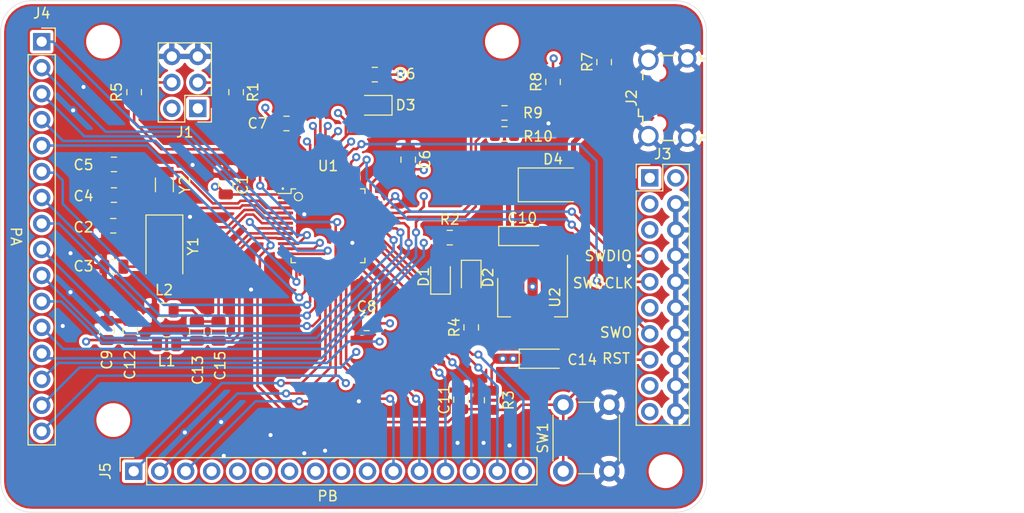
<source format=kicad_pcb>
(kicad_pcb (version 20171130) (host pcbnew 5.1.6-c6e7f7d~86~ubuntu20.04.1)
  (layers (0 F.Cu signal) (1 In1.Cu power) (2 In2.Cu power) (31 B.Cu signal) (34 B.Paste user) (35 F.Paste user) (36 B.SilkS user) (37 F.SilkS user) (38 B.Mask user) (39 F.Mask user) (44 Edge.Cuts user))
  (net 0 "")
  (net 1 VCC)
  (net 2 GND)
  (net 3 /OSC_IN)
  (net 4 /OSC_OUT)
  (net 5 /OSC32_IN)
  (net 6 /OSC32_OUT)
  (net 7 +5V)
  (net 8 /RST)
  (net 9 GNDA)
  (net 10 VDDA)
  (net 11 "Net-(D1-Pad2)")
  (net 12 "Net-(D2-Pad2)")
  (net 13 "Net-(D3-Pad2)")
  (net 14 /PB5)
  (net 15 "Net-(D4-Pad2)")
  (net 16 "Net-(J1-Pad4)")
  (net 17 "Net-(J1-Pad3)")
  (net 18 "Net-(J2-Pad4)")
  (net 19 "Net-(J2-Pad3)")
  (net 20 "Net-(J2-Pad2)")
  (net 21 "Net-(J3-Pad19)")
  (net 22 "Net-(J3-Pad17)")
  (net 23 "Net-(J3-Pad11)")
  (net 24 /PC13)
  (net 25 "Net-(J3-Pad5)")
  (net 26 "Net-(J3-Pad3)")
  (net 27 /BOOT0)
  (net 28 /BOOT1)
  (net 29 /PA12)
  (net 30 /PA11)
  (net 31 /PB9)
  (net 32 /PB8)
  (net 33 /PB7)
  (net 34 /PB6)
  (net 35 /PB4)
  (net 36 /PB3)
  (net 37 /PA15)
  (net 38 /PA14)
  (net 39 /PA13)
  (net 40 /PA10)
  (net 41 /PA9)
  (net 42 /PA8)
  (net 43 /PB15)
  (net 44 /PB14)
  (net 45 /PB13)
  (net 46 /PB12)
  (net 47 /PB11)
  (net 48 /PB10)
  (net 49 /PB1)
  (net 50 /PB0)
  (net 51 /PA7)
  (net 52 /PA6)
  (net 53 /PA5)
  (net 54 /PA4)
  (net 55 /PA3)
  (net 56 /PA2)
  (net 57 /PA1)
  (net 58 /PA0)
  (module STM32103_Devel:LQFP-48_7x7mm_P0.5mm (layer F.Cu) (at 132 92)
    (fp_text reference U1 (at 0 -5.85) (layer F.SilkS))
    (fp_text value STM32F103RBTx)
    (fp_text user · (at -4.4196 -3.7084) (layer F.SilkS))
    (pad 48 smd roundrect (at -2.75 -4.1625) (size 0.3 1.475) (layers F.Cu F.Paste F.Mask) (net 1 VCC))
    (pad 47 smd roundrect (at -2.25 -4.1625) (size 0.3 1.475) (layers F.Cu F.Paste F.Mask) (net 2 GND))
    (pad 46 smd roundrect (at -1.75 -4.1625) (size 0.3 1.475) (layers F.Cu F.Paste F.Mask) (net 31 /PB9))
    (pad 45 smd roundrect (at -1.25 -4.1625) (size 0.3 1.475) (layers F.Cu F.Paste F.Mask) (net 32 /PB8))
    (pad 44 smd roundrect (at -0.75 -4.1625) (size 0.3 1.475) (layers F.Cu F.Paste F.Mask) (net 27 /BOOT0))
    (pad 43 smd roundrect (at -0.25 -4.1625) (size 0.3 1.475) (layers F.Cu F.Paste F.Mask) (net 33 /PB7))
    (pad 42 smd roundrect (at 0.25 -4.1625) (size 0.3 1.475) (layers F.Cu F.Paste F.Mask) (net 34 /PB6))
    (pad 41 smd roundrect (at 0.75 -4.1625) (size 0.3 1.475) (layers F.Cu F.Paste F.Mask) (net 14 /PB5))
    (pad 40 smd roundrect (at 1.25 -4.1625) (size 0.3 1.475) (layers F.Cu F.Paste F.Mask) (net 35 /PB4))
    (pad 39 smd roundrect (at 1.75 -4.1625) (size 0.3 1.475) (layers F.Cu F.Paste F.Mask) (net 36 /PB3))
    (pad 38 smd roundrect (at 2.25 -4.1625) (size 0.3 1.475) (layers F.Cu F.Paste F.Mask) (net 37 /PA15))
    (pad 37 smd roundrect (at 2.75 -4.1625) (size 0.3 1.475) (layers F.Cu F.Paste F.Mask) (net 38 /PA14))
    (pad 36 smd roundrect (at 4.1625 -2.75) (size 1.475 0.3) (layers F.Cu F.Paste F.Mask) (net 1 VCC))
    (pad 35 smd roundrect (at 4.1625 -2.25) (size 1.475 0.3) (layers F.Cu F.Paste F.Mask) (net 2 GND))
    (pad 34 smd roundrect (at 4.1625 -1.75) (size 1.475 0.3) (layers F.Cu F.Paste F.Mask) (net 39 /PA13))
    (pad 33 smd roundrect (at 4.1625 -1.25) (size 1.475 0.3) (layers F.Cu F.Paste F.Mask) (net 29 /PA12))
    (pad 32 smd roundrect (at 4.1625 -0.75) (size 1.475 0.3) (layers F.Cu F.Paste F.Mask) (net 30 /PA11))
    (pad 31 smd roundrect (at 4.1625 -0.25) (size 1.475 0.3) (layers F.Cu F.Paste F.Mask) (net 40 /PA10))
    (pad 30 smd roundrect (at 4.1625 0.25) (size 1.475 0.3) (layers F.Cu F.Paste F.Mask) (net 41 /PA9))
    (pad 29 smd roundrect (at 4.1625 0.75) (size 1.475 0.3) (layers F.Cu F.Paste F.Mask) (net 42 /PA8))
    (pad 28 smd roundrect (at 4.1625 1.25) (size 1.475 0.3) (layers F.Cu F.Paste F.Mask) (net 43 /PB15))
    (pad 27 smd roundrect (at 4.1625 1.75) (size 1.475 0.3) (layers F.Cu F.Paste F.Mask) (net 44 /PB14))
    (pad 26 smd roundrect (at 4.1625 2.25) (size 1.475 0.3) (layers F.Cu F.Paste F.Mask) (net 45 /PB13))
    (pad 25 smd roundrect (at 4.1625 2.75) (size 1.475 0.3) (layers F.Cu F.Paste F.Mask) (net 46 /PB12))
    (pad 24 smd roundrect (at 2.75 4.1625) (size 0.3 1.475) (layers F.Cu F.Paste F.Mask) (net 1 VCC))
    (pad 23 smd roundrect (at 2.25 4.1625) (size 0.3 1.475) (layers F.Cu F.Paste F.Mask) (net 2 GND))
    (pad 22 smd roundrect (at 1.75 4.1625) (size 0.3 1.475) (layers F.Cu F.Paste F.Mask) (net 47 /PB11))
    (pad 21 smd roundrect (at 1.25 4.1625) (size 0.3 1.475) (layers F.Cu F.Paste F.Mask) (net 48 /PB10))
    (pad 20 smd roundrect (at 0.75 4.1625) (size 0.3 1.475) (layers F.Cu F.Paste F.Mask) (net 28 /BOOT1))
    (pad 19 smd roundrect (at 0.25 4.1625) (size 0.3 1.475) (layers F.Cu F.Paste F.Mask) (net 49 /PB1))
    (pad 18 smd roundrect (at -0.25 4.1625) (size 0.3 1.475) (layers F.Cu F.Paste F.Mask) (net 50 /PB0))
    (pad 17 smd roundrect (at -0.75 4.1625) (size 0.3 1.475) (layers F.Cu F.Paste F.Mask) (net 51 /PA7))
    (pad 16 smd roundrect (at -1.25 4.1625) (size 0.3 1.475) (layers F.Cu F.Paste F.Mask) (net 52 /PA6))
    (pad 15 smd roundrect (at -1.75 4.1625) (size 0.3 1.475) (layers F.Cu F.Paste F.Mask) (net 53 /PA5))
    (pad 14 smd roundrect (at -2.25 4.1625) (size 0.3 1.475) (layers F.Cu F.Paste F.Mask) (net 54 /PA4))
    (pad 13 smd roundrect (at -2.75 4.1625) (size 0.3 1.475) (layers F.Cu F.Paste F.Mask) (net 55 /PA3))
    (pad 12 smd roundrect (at -4.1625 2.75) (size 1.475 0.3) (layers F.Cu F.Paste F.Mask) (net 56 /PA2))
    (pad 11 smd roundrect (at -4.1625 2.25) (size 1.475 0.3) (layers F.Cu F.Paste F.Mask) (net 57 /PA1))
    (pad 10 smd roundrect (at -4.1625 1.75) (size 1.475 0.3) (layers F.Cu F.Paste F.Mask) (net 58 /PA0))
    (pad 9 smd roundrect (at -4.1625 1.25) (size 1.475 0.3) (layers F.Cu F.Paste F.Mask) (net 10 VDDA))
    (pad 8 smd roundrect (at -4.1625 0.75) (size 1.475 0.3) (layers F.Cu F.Paste F.Mask) (net 9 GNDA))
    (pad 7 smd roundrect (at -4.1625 0.25) (size 1.475 0.3) (layers F.Cu F.Paste F.Mask) (net 8 /RST))
    (pad 6 smd roundrect (at -4.1625 -0.25) (size 1.475 0.3) (layers F.Cu F.Paste F.Mask) (net 4 /OSC_OUT))
    (pad 5 smd roundrect (at -4.1625 -0.75) (size 1.475 0.3) (layers F.Cu F.Paste F.Mask) (net 3 /OSC_IN))
    (pad 4 smd roundrect (at -4.1625 -1.25) (size 1.475 0.3) (layers F.Cu F.Paste F.Mask) (net 5 /OSC32_IN))
    (pad 3 smd roundrect (at -4.1625 -1.75) (size 1.475 0.3) (layers F.Cu F.Paste F.Mask) (net 6 /OSC32_OUT))
    (pad 2 smd roundrect (at -4.1625 -2.25) (size 1.475 0.3) (layers F.Cu F.Paste F.Mask) (net 24 /PC13))
    (pad 1 smd roundrect (at -4.1625 -2.75) (size 1.475 0.3) (layers F.Cu F.Paste F.Mask) (net 1 VCC))
  )
  (module Capacitor_SMD:C_0805_2012Metric (layer F.Cu) (at 127.9375 82 180)
    (fp_text reference C7 (at 2.8295 0.014) (layer F.SilkS))
    (fp_text value 100nf)
    (pad 2 smd roundrect (at 0.9375 0 180) (size 0.975 1.4) (layers F.Cu F.Paste F.Mask) (net 1 VCC))
    (pad 1 smd roundrect (at -0.9375 0 180) (size 0.975 1.4) (layers F.Cu F.Paste F.Mask) (net 2 GND))
  )
  (module Connector_PinSocket_2.54mm:PinSocket_1x16_P2.54mm_Vertical (layer F.Cu) (at 113 116 90)
    (fp_text reference J5 (at 0 -2.77 90) (layer F.SilkS))
    (fp_text value Conn_01x16)
    (pad 16 thru_hole oval (at 0 38.1 90) (size 1.7 1.7) (drill 1) (layers *.Cu *.Mask) (net 43 /PB15))
    (pad 15 thru_hole oval (at 0 35.56 90) (size 1.7 1.7) (drill 1) (layers *.Cu *.Mask) (net 44 /PB14))
    (pad 14 thru_hole oval (at 0 33.02 90) (size 1.7 1.7) (drill 1) (layers *.Cu *.Mask) (net 45 /PB13))
    (pad 13 thru_hole oval (at 0 30.48 90) (size 1.7 1.7) (drill 1) (layers *.Cu *.Mask) (net 46 /PB12))
    (pad 12 thru_hole oval (at 0 27.94 90) (size 1.7 1.7) (drill 1) (layers *.Cu *.Mask) (net 47 /PB11))
    (pad 11 thru_hole oval (at 0 25.4 90) (size 1.7 1.7) (drill 1) (layers *.Cu *.Mask) (net 48 /PB10))
    (pad 10 thru_hole oval (at 0 22.86 90) (size 1.7 1.7) (drill 1) (layers *.Cu *.Mask) (net 31 /PB9))
    (pad 9 thru_hole oval (at 0 20.32 90) (size 1.7 1.7) (drill 1) (layers *.Cu *.Mask) (net 32 /PB8))
    (pad 8 thru_hole oval (at 0 17.78 90) (size 1.7 1.7) (drill 1) (layers *.Cu *.Mask) (net 33 /PB7))
    (pad 7 thru_hole oval (at 0 15.24 90) (size 1.7 1.7) (drill 1) (layers *.Cu *.Mask) (net 34 /PB6))
    (pad 6 thru_hole oval (at 0 12.7 90) (size 1.7 1.7) (drill 1) (layers *.Cu *.Mask) (net 14 /PB5))
    (pad 5 thru_hole oval (at 0 10.16 90) (size 1.7 1.7) (drill 1) (layers *.Cu *.Mask) (net 35 /PB4))
    (pad 4 thru_hole oval (at 0 7.62 90) (size 1.7 1.7) (drill 1) (layers *.Cu *.Mask) (net 36 /PB3))
    (pad 3 thru_hole oval (at 0 5.08 90) (size 1.7 1.7) (drill 1) (layers *.Cu *.Mask) (net 28 /BOOT1))
    (pad 2 thru_hole oval (at 0 2.54 90) (size 1.7 1.7) (drill 1) (layers *.Cu *.Mask) (net 49 /PB1))
    (pad 1 thru_hole rect (at 0 0 90) (size 1.7 1.7) (drill 1) (layers *.Cu *.Mask) (net 50 /PB0))
  )
  (module Connector_PinHeader_2.54mm:PinHeader_2x10_P2.54mm_Vertical (layer F.Cu) (at 163.462 87.32)
    (fp_text reference J3 (at 1.27 -2.33) (layer F.SilkS))
    (fp_text value Conn_02x10_Odd_Even)
    (pad 20 thru_hole oval (at 2.54 22.86) (size 1.7 1.7) (drill 1) (layers *.Cu *.Mask) (net 2 GND))
    (pad 19 thru_hole oval (at 0 22.86) (size 1.7 1.7) (drill 1) (layers *.Cu *.Mask) (net 21 "Net-(J3-Pad19)"))
    (pad 18 thru_hole oval (at 2.54 20.32) (size 1.7 1.7) (drill 1) (layers *.Cu *.Mask) (net 2 GND))
    (pad 17 thru_hole oval (at 0 20.32) (size 1.7 1.7) (drill 1) (layers *.Cu *.Mask) (net 22 "Net-(J3-Pad17)"))
    (pad 16 thru_hole oval (at 2.54 17.78) (size 1.7 1.7) (drill 1) (layers *.Cu *.Mask) (net 2 GND))
    (pad 15 thru_hole oval (at 0 17.78) (size 1.7 1.7) (drill 1) (layers *.Cu *.Mask) (net 8 /RST))
    (pad 14 thru_hole oval (at 2.54 15.24) (size 1.7 1.7) (drill 1) (layers *.Cu *.Mask) (net 2 GND))
    (pad 13 thru_hole oval (at 0 15.24) (size 1.7 1.7) (drill 1) (layers *.Cu *.Mask) (net 36 /PB3))
    (pad 12 thru_hole oval (at 2.54 12.7) (size 1.7 1.7) (drill 1) (layers *.Cu *.Mask) (net 2 GND))
    (pad 11 thru_hole oval (at 0 12.7) (size 1.7 1.7) (drill 1) (layers *.Cu *.Mask) (net 23 "Net-(J3-Pad11)"))
    (pad 10 thru_hole oval (at 2.54 10.16) (size 1.7 1.7) (drill 1) (layers *.Cu *.Mask) (net 2 GND))
    (pad 9 thru_hole oval (at 0 10.16) (size 1.7 1.7) (drill 1) (layers *.Cu *.Mask) (net 38 /PA14))
    (pad 8 thru_hole oval (at 2.54 7.62) (size 1.7 1.7) (drill 1) (layers *.Cu *.Mask) (net 2 GND))
    (pad 7 thru_hole oval (at 0 7.62) (size 1.7 1.7) (drill 1) (layers *.Cu *.Mask) (net 39 /PA13))
    (pad 6 thru_hole oval (at 2.54 5.08) (size 1.7 1.7) (drill 1) (layers *.Cu *.Mask) (net 2 GND))
    (pad 5 thru_hole oval (at 0 5.08) (size 1.7 1.7) (drill 1) (layers *.Cu *.Mask) (net 25 "Net-(J3-Pad5)"))
    (pad 4 thru_hole oval (at 2.54 2.54) (size 1.7 1.7) (drill 1) (layers *.Cu *.Mask) (net 2 GND))
    (pad 3 thru_hole oval (at 0 2.54) (size 1.7 1.7) (drill 1) (layers *.Cu *.Mask) (net 26 "Net-(J3-Pad3)"))
    (pad 2 thru_hole oval (at 2.54 0) (size 1.7 1.7) (drill 1) (layers *.Cu *.Mask) (net 1 VCC))
    (pad 1 thru_hole rect (at 0 0) (size 1.7 1.7) (drill 1) (layers *.Cu *.Mask) (net 1 VCC))
  )
  (module Connector_PinSocket_2.54mm:PinSocket_1x16_P2.54mm_Vertical (layer F.Cu) (at 104 74)
    (fp_text reference J4 (at 0 -2.77) (layer F.SilkS))
    (fp_text value Conn_01x16)
    (pad 16 thru_hole oval (at 0 38.1) (size 1.7 1.7) (drill 1) (layers *.Cu *.Mask) (net 37 /PA15))
    (pad 15 thru_hole oval (at 0 35.56) (size 1.7 1.7) (drill 1) (layers *.Cu *.Mask) (net 38 /PA14))
    (pad 14 thru_hole oval (at 0 33.02) (size 1.7 1.7) (drill 1) (layers *.Cu *.Mask) (net 39 /PA13))
    (pad 13 thru_hole oval (at 0 30.48) (size 1.7 1.7) (drill 1) (layers *.Cu *.Mask) (net 29 /PA12))
    (pad 12 thru_hole oval (at 0 27.94) (size 1.7 1.7) (drill 1) (layers *.Cu *.Mask) (net 30 /PA11))
    (pad 11 thru_hole oval (at 0 25.4) (size 1.7 1.7) (drill 1) (layers *.Cu *.Mask) (net 40 /PA10))
    (pad 10 thru_hole oval (at 0 22.86) (size 1.7 1.7) (drill 1) (layers *.Cu *.Mask) (net 41 /PA9))
    (pad 9 thru_hole oval (at 0 20.32) (size 1.7 1.7) (drill 1) (layers *.Cu *.Mask) (net 42 /PA8))
    (pad 8 thru_hole oval (at 0 17.78) (size 1.7 1.7) (drill 1) (layers *.Cu *.Mask) (net 51 /PA7))
    (pad 7 thru_hole oval (at 0 15.24) (size 1.7 1.7) (drill 1) (layers *.Cu *.Mask) (net 52 /PA6))
    (pad 6 thru_hole oval (at 0 12.7) (size 1.7 1.7) (drill 1) (layers *.Cu *.Mask) (net 53 /PA5))
    (pad 5 thru_hole oval (at 0 10.16) (size 1.7 1.7) (drill 1) (layers *.Cu *.Mask) (net 54 /PA4))
    (pad 4 thru_hole oval (at 0 7.62) (size 1.7 1.7) (drill 1) (layers *.Cu *.Mask) (net 55 /PA3))
    (pad 3 thru_hole oval (at 0 5.08) (size 1.7 1.7) (drill 1) (layers *.Cu *.Mask) (net 56 /PA2))
    (pad 2 thru_hole oval (at 0 2.54) (size 1.7 1.7) (drill 1) (layers *.Cu *.Mask) (net 57 /PA1))
    (pad 1 thru_hole rect (at 0 0) (size 1.7 1.7) (drill 1) (layers *.Cu *.Mask) (net 58 /PA0))
  )
  (module MountingHole:MountingHole_2.7mm_M2.5 (layer F.Cu) (at 111 111)
    (fp_text reference H4 hide)
    (fp_text value MountingHole)
    (pad 1 np_thru_hole circle (at 0 0) (size 2.7 2.7) (drill 2.7) (layers *.Cu *.Mask))
  )
  (module MountingHole:MountingHole_2.7mm_M2.5 (layer F.Cu) (at 110 74)
    (fp_text reference H3 hide)
    (fp_text value MountingHole)
    (pad 1 np_thru_hole circle (at 0 0) (size 2.7 2.7) (drill 2.7) (layers *.Cu *.Mask))
  )
  (module MountingHole:MountingHole_2.7mm_M2.5 (layer F.Cu) (at 165 116)
    (fp_text reference H2 hide)
    (fp_text value MountingHole)
    (pad 1 np_thru_hole circle (at 0 0) (size 2.7 2.7) (drill 2.7) (layers *.Cu *.Mask))
  )
  (module MountingHole:MountingHole_2.7mm_M2.5 (layer F.Cu) (at 149 74)
    (fp_text reference H1 hide)
    (fp_text value MountingHole)
    (pad 1 np_thru_hole circle (at 0 0) (size 2.7 2.7) (drill 2.7) (layers *.Cu *.Mask))
  )
  (module Crystal:Crystal_SMD_3215-2Pin_3.2x1.5mm (layer F.Cu) (at 116 88 270)
    (fp_text reference Y2 (at 0 -2 90) (layer F.SilkS))
    (fp_text value Crystal)
    (pad 2 smd rect (at -1.25 0 270) (size 1 1.8) (layers F.Cu F.Paste F.Mask) (net 6 /OSC32_OUT))
    (pad 1 smd rect (at 1.25 0 270) (size 1 1.8) (layers F.Cu F.Paste F.Mask) (net 5 /OSC32_IN))
  )
  (module Crystal:Crystal_SMD_5032-2Pin_5.0x3.2mm (layer F.Cu) (at 116 94 270)
    (fp_text reference Y1 (at 0 -2.8 90) (layer F.SilkS))
    (fp_text value 8MHz)
    (pad 2 smd rect (at 1.85 0 270) (size 2 2.4) (layers F.Cu F.Paste F.Mask) (net 4 /OSC_OUT))
    (pad 1 smd rect (at -1.85 0 270) (size 2 2.4) (layers F.Cu F.Paste F.Mask) (net 3 /OSC_IN))
  )
  (module Package_TO_SOT_SMD:SOT-223-3_TabPin2 (layer F.Cu) (at 152 99 270)
    (fp_text reference U2 (at 0.004 -2.191 90) (layer F.SilkS))
    (fp_text value AMS1117-3.3)
    (pad 1 smd rect (at -3.15 -2.3 270) (size 2 1.5) (layers F.Cu F.Paste F.Mask) (net 2 GND))
    (pad 3 smd rect (at -3.15 2.3 270) (size 2 1.5) (layers F.Cu F.Paste F.Mask) (net 7 +5V))
    (pad 2 smd rect (at -3.15 0 270) (size 2 1.5) (layers F.Cu F.Paste F.Mask) (net 1 VCC))
    (pad 2 smd rect (at 3.15 0 270) (size 2 3.8) (layers F.Cu F.Paste F.Mask) (net 1 VCC))
  )
  (module Button_Switch_THT:SW_PUSH_6mm (layer F.Cu) (at 155 116 90)
    (fp_text reference SW1 (at 3.25 -2 90) (layer F.SilkS))
    (fp_text value SW_Push)
    (pad 1 thru_hole circle (at 6.5 0 180) (size 2 2) (drill 1.1) (layers *.Cu *.Mask) (net 8 /RST))
    (pad 2 thru_hole circle (at 6.5 4.5 180) (size 2 2) (drill 1.1) (layers *.Cu *.Mask) (net 2 GND))
    (pad 1 thru_hole circle (at 0 0 180) (size 2 2) (drill 1.1) (layers *.Cu *.Mask) (net 8 /RST))
    (pad 2 thru_hole circle (at 0 4.5 180) (size 2 2) (drill 1.1) (layers *.Cu *.Mask) (net 2 GND))
  )
  (module Resistor_SMD:R_0805_2012Metric (layer F.Cu) (at 149.254 83.016 180)
    (fp_text reference R10 (at -3.286 -0.24) (layer F.SilkS))
    (fp_text value 20)
    (pad 2 smd roundrect (at 0.9375 0 180) (size 0.975 1.4) (layers F.Cu F.Paste F.Mask) (net 30 /PA11))
    (pad 1 smd roundrect (at -0.9375 0 180) (size 0.975 1.4) (layers F.Cu F.Paste F.Mask) (net 20 "Net-(J2-Pad2)"))
  )
  (module Resistor_SMD:R_0805_2012Metric (layer F.Cu) (at 149.254 80.97)
    (fp_text reference R9 (at 2.778 0) (layer F.SilkS))
    (fp_text value 20)
    (pad 2 smd roundrect (at 0.9375 0) (size 0.975 1.4) (layers F.Cu F.Paste F.Mask) (net 19 "Net-(J2-Pad3)"))
    (pad 1 smd roundrect (at -0.9375 0) (size 0.975 1.4) (layers F.Cu F.Paste F.Mask) (net 29 /PA12))
  )
  (module Resistor_SMD:R_0805_2012Metric (layer F.Cu) (at 154 77.9375 90)
    (fp_text reference R8 (at 0 -1.65 90) (layer F.SilkS))
    (fp_text value 1K5)
    (pad 2 smd roundrect (at 0.9375 0 90) (size 0.975 1.4) (layers F.Cu F.Paste F.Mask) (net 1 VCC))
    (pad 1 smd roundrect (at -0.9375 0 90) (size 0.975 1.4) (layers F.Cu F.Paste F.Mask) (net 19 "Net-(J2-Pad3)"))
  )
  (module Resistor_SMD:R_0805_2012Metric (layer F.Cu) (at 159 76 90)
    (fp_text reference R7 (at 0 -1.65 90) (layer F.SilkS))
    (fp_text value 100K)
    (pad 2 smd roundrect (at 0.9375 0 90) (size 0.975 1.4) (layers F.Cu F.Paste F.Mask) (net 2 GND))
    (pad 1 smd roundrect (at -0.9375 0 90) (size 0.975 1.4) (layers F.Cu F.Paste F.Mask) (net 18 "Net-(J2-Pad4)"))
  )
  (module Resistor_SMD:R_0805_2012Metric (layer F.Cu) (at 136.572 77.222 180)
    (fp_text reference R6 (at -3.014 0.062) (layer F.SilkS))
    (fp_text value 1K)
    (pad 2 smd roundrect (at 0.9375 0 180) (size 0.975 1.4) (layers F.Cu F.Paste F.Mask) (net 13 "Net-(D3-Pad2)"))
    (pad 1 smd roundrect (at -0.9375 0 180) (size 0.975 1.4) (layers F.Cu F.Paste F.Mask) (net 1 VCC))
  )
  (module Resistor_SMD:R_0805_2012Metric (layer F.Cu) (at 113.043 78.9375 270)
    (fp_text reference R5 (at 0.0005 1.7145 90) (layer F.SilkS))
    (fp_text value 10K)
    (pad 2 smd roundrect (at 0.9375 0 270) (size 0.975 1.4) (layers F.Cu F.Paste F.Mask) (net 28 /BOOT1))
    (pad 1 smd roundrect (at -0.9375 0 270) (size 0.975 1.4) (layers F.Cu F.Paste F.Mask) (net 16 "Net-(J1-Pad4)"))
  )
  (module Resistor_SMD:R_0805_2012Metric (layer F.Cu) (at 146 101.9375 90)
    (fp_text reference R4 (at 0 -1.65 90) (layer F.SilkS))
    (fp_text value 1K)
    (pad 2 smd roundrect (at 0.9375 0 90) (size 0.975 1.4) (layers F.Cu F.Paste F.Mask) (net 12 "Net-(D2-Pad2)"))
    (pad 1 smd roundrect (at -0.9375 0 90) (size 0.975 1.4) (layers F.Cu F.Paste F.Mask) (net 1 VCC))
  )
  (module Resistor_SMD:R_0805_2012Metric (layer F.Cu) (at 148 109.0625 270)
    (fp_text reference R3 (at 0 -1.65 90) (layer F.SilkS))
    (fp_text value 10K)
    (pad 2 smd roundrect (at 0.9375 0 270) (size 0.975 1.4) (layers F.Cu F.Paste F.Mask) (net 8 /RST))
    (pad 1 smd roundrect (at -0.9375 0 270) (size 0.975 1.4) (layers F.Cu F.Paste F.Mask) (net 1 VCC))
  )
  (module Resistor_SMD:R_0805_2012Metric (layer F.Cu) (at 143.904 93.162 180)
    (fp_text reference R2 (at 0 1.778) (layer F.SilkS))
    (fp_text value 10K)
    (pad 2 smd roundrect (at 0.9375 0 180) (size 0.975 1.4) (layers F.Cu F.Paste F.Mask) (net 11 "Net-(D1-Pad2)"))
    (pad 1 smd roundrect (at -0.9375 0 180) (size 0.975 1.4) (layers F.Cu F.Paste F.Mask) (net 7 +5V))
  )
  (module Resistor_SMD:R_0805_2012Metric (layer F.Cu) (at 123.0125 78.938 270)
    (fp_text reference R1 (at 0 -1.65 90) (layer F.SilkS))
    (fp_text value 10K)
    (pad 2 smd roundrect (at 0.9375 0 270) (size 0.975 1.4) (layers F.Cu F.Paste F.Mask) (net 27 /BOOT0))
    (pad 1 smd roundrect (at -0.9375 0 270) (size 0.975 1.4) (layers F.Cu F.Paste F.Mask) (net 17 "Net-(J1-Pad3)"))
  )
  (module Inductor_SMD:L_0805_2012Metric (layer F.Cu) (at 115.964 100.274 180)
    (fp_text reference L2 (at 0 1.996) (layer F.SilkS))
    (fp_text value 10uH)
    (pad 2 smd roundrect (at 0.9375 0 180) (size 0.975 1.4) (layers F.Cu F.Paste F.Mask) (net 2 GND))
    (pad 1 smd roundrect (at -0.9375 0 180) (size 0.975 1.4) (layers F.Cu F.Paste F.Mask) (net 9 GNDA))
  )
  (module Inductor_SMD:L_0805_2012Metric (layer F.Cu) (at 116.218 103.576 180)
    (fp_text reference L1 (at 0 -1.65) (layer F.SilkS))
    (fp_text value 10uH)
    (pad 2 smd roundrect (at 0.9375 0 180) (size 0.975 1.4) (layers F.Cu F.Paste F.Mask) (net 1 VCC))
    (pad 1 smd roundrect (at -0.9375 0 180) (size 0.975 1.4) (layers F.Cu F.Paste F.Mask) (net 10 VDDA))
  )
  (module Connector_USB:USB_Micro-B_Wuerth_629105150521_CircularHoles (layer F.Cu) (at 165.1765 79.5095 90)
    (fp_text reference J2 (at 0 -3.5 90) (layer F.SilkS))
    (fp_text value USB_B_Micro)
    (pad "" np_thru_hole circle (at 2.5 -0.8 90) (size 0.8 0.8) (drill 0.8) (layers *.Cu *.Mask))
    (pad "" np_thru_hole circle (at -2.5 -0.8 90) (size 0.8 0.8) (drill 0.8) (layers *.Cu *.Mask))
    (pad 6 thru_hole circle (at 3.875 1.95 90) (size 1.8 1.8) (drill 1.2) (layers *.Cu *.Mask) (net 2 GND))
    (pad 6 thru_hole circle (at -3.875 1.95 90) (size 1.8 1.8) (drill 1.2) (layers *.Cu *.Mask) (net 2 GND))
    (pad 6 thru_hole circle (at 3.725 -1.85 90) (size 2 2) (drill 1.4) (layers *.Cu *.Mask) (net 2 GND))
    (pad 6 thru_hole circle (at -3.725 -1.85 90) (size 2 2) (drill 1.4) (layers *.Cu *.Mask) (net 2 GND))
    (pad 5 smd rect (at 1.3 -1.9 90) (size 0.45 1.3) (layers F.Cu F.Paste F.Mask) (net 2 GND))
    (pad 4 smd rect (at 0.65 -1.9 90) (size 0.45 1.3) (layers F.Cu F.Paste F.Mask) (net 18 "Net-(J2-Pad4)"))
    (pad 3 smd rect (at 0 -1.9 90) (size 0.45 1.3) (layers F.Cu F.Paste F.Mask) (net 19 "Net-(J2-Pad3)"))
    (pad 2 smd rect (at -0.65 -1.9 90) (size 0.45 1.3) (layers F.Cu F.Paste F.Mask) (net 20 "Net-(J2-Pad2)"))
    (pad 1 smd rect (at -1.3 -1.9 90) (size 0.45 1.3) (layers F.Cu F.Paste F.Mask) (net 15 "Net-(D4-Pad2)"))
  )
  (module Connector_PinHeader_2.54mm:PinHeader_2x03_P2.54mm_Vertical (layer F.Cu) (at 119.266 80.5255 180)
    (fp_text reference J1 (at 1.27 -2.33) (layer F.SilkS))
    (fp_text value Conn_02x03_Odd_Even)
    (pad 6 thru_hole oval (at 2.54 5.08 180) (size 1.7 1.7) (drill 1) (layers *.Cu *.Mask) (net 2 GND))
    (pad 5 thru_hole oval (at 0 5.08 180) (size 1.7 1.7) (drill 1) (layers *.Cu *.Mask) (net 2 GND))
    (pad 4 thru_hole oval (at 2.54 2.54 180) (size 1.7 1.7) (drill 1) (layers *.Cu *.Mask) (net 16 "Net-(J1-Pad4)"))
    (pad 3 thru_hole oval (at 0 2.54 180) (size 1.7 1.7) (drill 1) (layers *.Cu *.Mask) (net 17 "Net-(J1-Pad3)"))
    (pad 2 thru_hole oval (at 2.54 0 180) (size 1.7 1.7) (drill 1) (layers *.Cu *.Mask) (net 1 VCC))
    (pad 1 thru_hole rect (at 0 0 180) (size 1.7 1.7) (drill 1) (layers *.Cu *.Mask) (net 1 VCC))
  )
  (module Diode_SMD:D_SMA (layer F.Cu) (at 154 88)
    (fp_text reference D4 (at 0 -2.5) (layer F.SilkS))
    (fp_text value ss14)
    (pad 2 smd rect (at 2 0) (size 2.5 1.8) (layers F.Cu F.Paste F.Mask) (net 15 "Net-(D4-Pad2)"))
    (pad 1 smd rect (at -2 0) (size 2.5 1.8) (layers F.Cu F.Paste F.Mask) (net 7 +5V))
  )
  (module LED_SMD:LED_0805_2012Metric (layer F.Cu) (at 136.572 80.222 180)
    (fp_text reference D3 (at -3.014 0.014) (layer F.SilkS))
    (fp_text value GREEN)
    (pad 2 smd roundrect (at 0.9375 0 180) (size 0.975 1.4) (layers F.Cu F.Paste F.Mask) (net 13 "Net-(D3-Pad2)"))
    (pad 1 smd roundrect (at -0.9375 0 180) (size 0.975 1.4) (layers F.Cu F.Paste F.Mask) (net 14 /PB5))
  )
  (module LED_SMD:LED_0805_2012Metric (layer F.Cu) (at 146 97.0625 270)
    (fp_text reference D2 (at 0 -1.65 90) (layer F.SilkS))
    (fp_text value BLUE)
    (pad 2 smd roundrect (at 0.9375 0 270) (size 0.975 1.4) (layers F.Cu F.Paste F.Mask) (net 12 "Net-(D2-Pad2)"))
    (pad 1 smd roundrect (at -0.9375 0 270) (size 0.975 1.4) (layers F.Cu F.Paste F.Mask) (net 2 GND))
  )
  (module LED_SMD:LED_0805_2012Metric (layer F.Cu) (at 143 97 90)
    (fp_text reference D1 (at 0 -1.65 90) (layer F.SilkS))
    (fp_text value RED)
    (pad 2 smd roundrect (at 0.9375 0 90) (size 0.975 1.4) (layers F.Cu F.Paste F.Mask) (net 11 "Net-(D1-Pad2)"))
    (pad 1 smd roundrect (at -0.9375 0 90) (size 0.975 1.4) (layers F.Cu F.Paste F.Mask) (net 2 GND))
  )
  (module Capacitor_SMD:C_0805_2012Metric (layer F.Cu) (at 121.298 102.306 90)
    (fp_text reference C15 (at -3.37 0.156 90) (layer F.SilkS))
    (fp_text value 10nF)
    (pad 2 smd roundrect (at 0.9375 0 90) (size 0.975 1.4) (layers F.Cu F.Paste F.Mask) (net 9 GNDA))
    (pad 1 smd roundrect (at -0.9375 0 90) (size 0.975 1.4) (layers F.Cu F.Paste F.Mask) (net 10 VDDA))
  )
  (module Capacitor_Tantalum_SMD:CP_EIA-3216-18_Kemet-A (layer F.Cu) (at 153 105)
    (fp_text reference C14 (at 3.858 0.1) (layer F.SilkS))
    (fp_text value 10uf)
    (pad 2 smd roundrect (at 1.35 0) (size 1.4 1.35) (layers F.Cu F.Paste F.Mask) (roundrect_rratio 0.185185) (net 2 GND))
    (pad 1 smd roundrect (at -1.35 0) (size 1.4 1.35) (layers F.Cu F.Paste F.Mask) (roundrect_rratio 0.185185) (net 1 VCC))
  )
  (module Capacitor_SMD:C_0805_2012Metric (layer F.Cu) (at 119.174 102.3005 90)
    (fp_text reference C13 (at -3.8155 0.092 90) (layer F.SilkS))
    (fp_text value 1uF)
    (pad 2 smd roundrect (at 0.9375 0 90) (size 0.975 1.4) (layers F.Cu F.Paste F.Mask) (net 9 GNDA))
    (pad 1 smd roundrect (at -0.9375 0 90) (size 0.975 1.4) (layers F.Cu F.Paste F.Mask) (net 10 VDDA))
  )
  (module Capacitor_SMD:C_0805_2012Metric (layer F.Cu) (at 112.662 102.238 90)
    (fp_text reference C12 (at -3.37 -0.036 90) (layer F.SilkS))
    (fp_text value 10nF)
    (pad 2 smd roundrect (at 0.9375 0 90) (size 0.975 1.4) (layers F.Cu F.Paste F.Mask) (net 2 GND))
    (pad 1 smd roundrect (at -0.9375 0 90) (size 0.975 1.4) (layers F.Cu F.Paste F.Mask) (net 1 VCC))
  )
  (module Capacitor_SMD:C_0805_2012Metric (layer F.Cu) (at 145 109 90)
    (fp_text reference C11 (at 0 -1.65 90) (layer F.SilkS))
    (fp_text value 100nf)
    (pad 2 smd roundrect (at 0.9375 0 90) (size 0.975 1.4) (layers F.Cu F.Paste F.Mask) (net 2 GND))
    (pad 1 smd roundrect (at -0.9375 0 90) (size 0.975 1.4) (layers F.Cu F.Paste F.Mask) (net 8 /RST))
  )
  (module Capacitor_Tantalum_SMD:CP_EIA-3216-18_Kemet-A (layer F.Cu) (at 151 93)
    (fp_text reference C10 (at 0 -1.75) (layer F.SilkS))
    (fp_text value CP)
    (pad 2 smd roundrect (at 1.35 0) (size 1.4 1.35) (layers F.Cu F.Paste F.Mask) (roundrect_rratio 0.185185) (net 2 GND))
    (pad 1 smd roundrect (at -1.35 0) (size 1.4 1.35) (layers F.Cu F.Paste F.Mask) (roundrect_rratio 0.185185) (net 7 +5V))
  )
  (module Capacitor_SMD:C_0805_2012Metric (layer F.Cu) (at 110.376 102.238 90)
    (fp_text reference C9 (at -2.862 0 90) (layer F.SilkS))
    (fp_text value 1uF)
    (pad 2 smd roundrect (at 0.9375 0 90) (size 0.975 1.4) (layers F.Cu F.Paste F.Mask) (net 2 GND))
    (pad 1 smd roundrect (at -0.9375 0 90) (size 0.975 1.4) (layers F.Cu F.Paste F.Mask) (net 1 VCC))
  )
  (module Capacitor_SMD:C_0805_2012Metric (layer F.Cu) (at 135.776 101.544)
    (fp_text reference C8 (at 0 -1.65) (layer F.SilkS))
    (fp_text value 100nf)
    (pad 2 smd roundrect (at 0.9375 0) (size 0.975 1.4) (layers F.Cu F.Paste F.Mask) (net 1 VCC))
    (pad 1 smd roundrect (at -0.9375 0) (size 0.975 1.4) (layers F.Cu F.Paste F.Mask) (net 2 GND))
  )
  (module Capacitor_SMD:C_0805_2012Metric (layer F.Cu) (at 139.84 85.542 270)
    (fp_text reference C6 (at 0 -1.65 90) (layer F.SilkS))
    (fp_text value 100nf)
    (pad 2 smd roundrect (at 0.9375 0 270) (size 0.975 1.4) (layers F.Cu F.Paste F.Mask) (net 1 VCC))
    (pad 1 smd roundrect (at -0.9375 0 270) (size 0.975 1.4) (layers F.Cu F.Paste F.Mask) (net 2 GND))
  )
  (module Capacitor_SMD:C_0805_2012Metric (layer F.Cu) (at 111.0625 86 180)
    (fp_text reference C5 (at 2.9725 -0.05) (layer F.SilkS))
    (fp_text value 10pf)
    (pad 2 smd roundrect (at 0.9375 0 180) (size 0.975 1.4) (layers F.Cu F.Paste F.Mask) (net 2 GND))
    (pad 1 smd roundrect (at -0.9375 0 180) (size 0.975 1.4) (layers F.Cu F.Paste F.Mask) (net 6 /OSC32_OUT))
  )
  (module Capacitor_SMD:C_0805_2012Metric (layer F.Cu) (at 111.0625 89 180)
    (fp_text reference C4 (at 2.9725 -0.098) (layer F.SilkS))
    (fp_text value 10pf)
    (pad 2 smd roundrect (at 0.9375 0 180) (size 0.975 1.4) (layers F.Cu F.Paste F.Mask) (net 2 GND))
    (pad 1 smd roundrect (at -0.9375 0 180) (size 0.975 1.4) (layers F.Cu F.Paste F.Mask) (net 5 /OSC32_IN))
  )
  (module Capacitor_SMD:C_0805_2012Metric (layer F.Cu) (at 111.0625 96 180)
    (fp_text reference C3 (at 2.9725 0.044) (layer F.SilkS))
    (fp_text value 20pf)
    (pad 2 smd roundrect (at 0.9375 0 180) (size 0.975 1.4) (layers F.Cu F.Paste F.Mask) (net 2 GND))
    (pad 1 smd roundrect (at -0.9375 0 180) (size 0.975 1.4) (layers F.Cu F.Paste F.Mask) (net 4 /OSC_OUT))
  )
  (module Capacitor_SMD:C_0805_2012Metric (layer F.Cu) (at 111 92 180)
    (fp_text reference C2 (at 2.91 -0.146) (layer F.SilkS))
    (fp_text value 20pf)
    (pad 2 smd roundrect (at 0.9375 0 180) (size 0.975 1.4) (layers F.Cu F.Paste F.Mask) (net 2 GND))
    (pad 1 smd roundrect (at -0.9375 0 180) (size 0.975 1.4) (layers F.Cu F.Paste F.Mask) (net 3 /OSC_IN))
  )
  (module Capacitor_SMD:C_0805_2012Metric (layer F.Cu) (at 122 88 270)
    (fp_text reference C1 (at 0 -1.65 90) (layer F.SilkS))
    (fp_text value 100nf)
    (pad 2 smd roundrect (at 0.9375 0 270) (size 0.975 1.4) (layers F.Cu F.Paste F.Mask) (net 1 VCC))
    (pad 1 smd roundrect (at -0.9375 0 270) (size 0.975 1.4) (layers F.Cu F.Paste F.Mask) (net 2 GND))
  )
  (gr_text RST (at 160.16 104.973) (layer F.SilkS) (effects (font (size 1 1))))
  (gr_text SWO (at 160.16 102.433) (layer F.SilkS) (effects (font (size 1 1))))
  (gr_text SWDCLK (at 158.89 97.607) (layer F.SilkS) (effects (font (size 1 1))))
  (gr_text SWDIO (at 159.398 94.94) (layer F.SilkS) (effects (font (size 1 1))))
  (gr_text PA (at 101.486 93.035 270) (layer F.SilkS) (effects (font (size 1 1))))
  (gr_text PB (at 131.966 118.435) (layer F.SilkS) (effects (font (size 1 1))))
  (gr_line (start 166 120) (end 103 120) (layer Edge.Cuts) (width 0.05))
  (gr_arc (start 166 117) (end 166 120) (angle -90) (layer Edge.Cuts) (width 0.05))
  (gr_line (start 169 73) (end 169 117) (layer Edge.Cuts) (width 0.05))
  (gr_line (start 100 117) (end 100 73) (layer Edge.Cuts) (width 0.05))
  (gr_line (start 166 70) (end 103 70) (layer Edge.Cuts) (width 0.05))
  (gr_arc (start 166 73) (end 169 73) (angle -90) (layer Edge.Cuts) (width 0.05))
  (gr_arc (start 103 73) (end 103 70) (angle -90) (layer Edge.Cuts) (width 0.05))
  (gr_arc (start 103 117) (end 100 117) (angle -90) (layer Edge.Cuts) (width 0.05))
  (segment (start 127.525 88.9375) (end 127.8375 89.25) (width 0.25) (layer F.Cu) (net 1))
  (segment (start 122 88.9375) (end 127.525 88.9375) (width 0.25) (layer F.Cu) (net 1))
  (segment (start 129.25 87.8375) (end 129.25 85.112) (width 0.25) (layer F.Cu) (net 1))
  (segment (start 129.25 85.112) (end 128.156 84.018) (width 0.25) (layer F.Cu) (net 1))
  (segment (start 128.156 84.018) (end 127.394 84.018) (width 0.25) (layer F.Cu) (net 1))
  (segment (start 127 83.624) (end 127 82) (width 0.25) (layer F.Cu) (net 1))
  (segment (start 127.394 84.018) (end 127 83.624) (width 0.25) (layer F.Cu) (net 1))
  (via (at 139.078 77.16) (size 0.8) (drill 0.4) (layers F.Cu B.Cu) (net 1))
  (segment (start 139.016 77.222) (end 139.078 77.16) (width 0.25) (layer F.Cu) (net 1))
  (segment (start 137.5095 77.222) (end 139.016 77.222) (width 0.25) (layer F.Cu) (net 1))
  (segment (start 139.84 86.4795) (end 137.6325 86.4795) (width 0.25) (layer F.Cu) (net 1))
  (segment (start 136.1625 87.9495) (end 136.1625 89.25) (width 0.25) (layer F.Cu) (net 1))
  (segment (start 137.6325 86.4795) (end 136.1625 87.9495) (width 0.25) (layer F.Cu) (net 1))
  (via (at 141.364 86.558) (size 0.8) (drill 0.4) (layers F.Cu B.Cu) (net 1))
  (segment (start 141.2855 86.4795) (end 141.364 86.558) (width 0.25) (layer F.Cu) (net 1))
  (segment (start 139.84 86.4795) (end 141.2855 86.4795) (width 0.25) (layer F.Cu) (net 1))
  (segment (start 152 95.85) (end 152 97.956) (width 1) (layer F.Cu) (net 1))
  (segment (start 152 97.956) (end 152 97.956) (width 0.5) (layer F.Cu) (net 1))
  (segment (start 152 97.956) (end 152 98.782) (width 1) (layer F.Cu) (net 1))
  (via (at 152 97.956) (size 0.8) (drill 0.4) (layers F.Cu B.Cu) (net 1))
  (segment (start 152 98.782) (end 152 99.798) (width 1) (layer F.Cu) (net 1))
  (segment (start 152 99.798) (end 152 100.56) (width 1) (layer F.Cu) (net 1))
  (segment (start 152 100.56) (end 152 102.15) (width 1) (layer F.Cu) (net 1))
  (segment (start 151.65 102.5) (end 152 102.15) (width 0.25) (layer F.Cu) (net 1))
  (segment (start 151.65 105) (end 151.65 102.5) (width 1) (layer F.Cu) (net 1))
  (segment (start 151.65 105) (end 150.1 105) (width 1) (layer F.Cu) (net 1))
  (segment (start 148 105.576) (end 148 108.125) (width 0.25) (layer F.Cu) (net 1))
  (segment (start 148.576 105) (end 148 105.576) (width 0.25) (layer F.Cu) (net 1))
  (segment (start 146.759 102.875) (end 147.968 104.084) (width 0.25) (layer F.Cu) (net 1))
  (segment (start 146 102.875) (end 146.759 102.875) (width 0.25) (layer F.Cu) (net 1))
  (segment (start 147.968 104.392) (end 148.576 105) (width 0.25) (layer F.Cu) (net 1))
  (segment (start 147.968 104.084) (end 147.968 104.392) (width 0.25) (layer F.Cu) (net 1))
  (segment (start 150.1 105) (end 149.084 105) (width 1) (layer F.Cu) (net 1))
  (via (at 150.1 105) (size 0.8) (drill 0.4) (layers F.Cu B.Cu) (net 1))
  (segment (start 149.084 105) (end 148.576 105) (width 1) (layer F.Cu) (net 1))
  (via (at 149.084 105) (size 0.8) (drill 0.4) (layers F.Cu B.Cu) (net 1))
  (via (at 154.064 75.636) (size 0.8) (drill 0.4) (layers F.Cu B.Cu) (net 1))
  (segment (start 154 75.7) (end 154.064 75.636) (width 0.25) (layer F.Cu) (net 1))
  (segment (start 154 77) (end 154 75.7) (width 0.25) (layer F.Cu) (net 1))
  (segment (start 134.75 96.1625) (end 135.2205 96.1625) (width 0.25) (layer F.Cu) (net 1))
  (segment (start 136.7135 97.6555) (end 136.7135 101.544) (width 0.25) (layer F.Cu) (net 1))
  (segment (start 135.2205 96.1625) (end 136.7135 97.6555) (width 0.25) (layer F.Cu) (net 1))
  (segment (start 113.0625 103.576) (end 112.662 103.1755) (width 0.25) (layer F.Cu) (net 1))
  (segment (start 115.2805 103.576) (end 113.0625 103.576) (width 0.25) (layer F.Cu) (net 1))
  (segment (start 112.662 103.1755) (end 110.376 103.1755) (width 0.25) (layer F.Cu) (net 1))
  (via (at 108.344 103.322) (size 0.8) (drill 0.4) (layers F.Cu B.Cu) (net 1))
  (segment (start 108.4905 103.1755) (end 108.344 103.322) (width 0.25) (layer F.Cu) (net 1))
  (segment (start 110.376 103.1755) (end 108.4905 103.1755) (width 0.25) (layer F.Cu) (net 1))
  (segment (start 122 88.9375) (end 121.244057 88.181557) (width 0.25) (layer F.Cu) (net 1))
  (via (at 120.944443 88.181557) (size 0.8) (drill 0.4) (layers F.Cu B.Cu) (net 1))
  (segment (start 121.244057 88.181557) (end 120.944443 88.181557) (width 0.25) (layer F.Cu) (net 1))
  (segment (start 138.052681 101.544) (end 138.057336 101.539345) (width 0.25) (layer F.Cu) (net 1))
  (via (at 138.057336 101.539345) (size 0.8) (drill 0.4) (layers F.Cu B.Cu) (net 1))
  (segment (start 136.7135 101.544) (end 138.052681 101.544) (width 0.25) (layer F.Cu) (net 1))
  (segment (start 127 82) (end 125.87 80.87) (width 0.25) (layer F.Cu) (net 1))
  (via (at 125.87 80.462) (size 0.8) (drill 0.4) (layers F.Cu B.Cu) (net 1))
  (segment (start 125.87 80.87) (end 125.87 80.462) (width 0.25) (layer F.Cu) (net 1))
  (segment (start 128.875 82) (end 128.875 83.721) (width 0.25) (layer F.Cu) (net 2))
  (segment (start 129.75 84.596) (end 129.75 87.8375) (width 0.25) (layer F.Cu) (net 2))
  (segment (start 128.875 83.721) (end 129.75 84.596) (width 0.25) (layer F.Cu) (net 2))
  (segment (start 136.19899 89.72501) (end 137.18099 89.72501) (width 0.25) (layer F.Cu) (net 2))
  (segment (start 136.174 89.75) (end 136.19899 89.72501) (width 0.25) (layer F.Cu) (net 2))
  (segment (start 136.1625 89.75) (end 136.174 89.75) (width 0.25) (layer F.Cu) (net 2))
  (segment (start 135.64101 89.72501) (end 135.14899 89.72501) (width 0.25) (layer F.Cu) (net 2))
  (segment (start 135.666 89.75) (end 135.64101 89.72501) (width 0.25) (layer F.Cu) (net 2))
  (segment (start 136.1625 89.75) (end 135.666 89.75) (width 0.25) (layer F.Cu) (net 2))
  (segment (start 134.25 96.1625) (end 134.25 95.196) (width 0.25) (layer F.Cu) (net 2))
  (segment (start 134.25 96.1625) (end 134.25 97.224) (width 0.25) (layer F.Cu) (net 2))
  (segment (start 129.75 87.8375) (end 129.75 88.914) (width 0.25) (layer F.Cu) (net 2))
  (via (at 135.014 109.164) (size 0.8) (drill 0.4) (layers F.Cu B.Cu) (net 2))
  (via (at 126.378 112.466) (size 0.8) (drill 0.4) (layers F.Cu B.Cu) (net 2))
  (via (at 131.712 113.99) (size 0.8) (drill 0.4) (layers F.Cu B.Cu) (net 2))
  (via (at 129.68 114.244) (size 0.8) (drill 0.4) (layers F.Cu B.Cu) (net 2))
  (via (at 121.806 114.498) (size 0.8) (drill 0.4) (layers F.Cu B.Cu) (net 2))
  (via (at 124.473 98.242) (size 0.8) (drill 0.4) (layers F.Cu B.Cu) (net 2))
  (via (at 108.09 78.43) (size 0.8) (drill 0.4) (layers F.Cu B.Cu) (net 2))
  (via (at 107.074 80.716) (size 0.8) (drill 0.4) (layers F.Cu B.Cu) (net 2))
  (via (at 106.82 94.686) (size 0.8) (drill 0.4) (layers F.Cu B.Cu) (net 2))
  (via (at 134.379 93.67) (size 0.8) (drill 0.4) (layers F.Cu B.Cu) (net 2))
  (via (at 129.68 90.876) (size 0.8) (drill 0.4) (layers F.Cu B.Cu) (net 2))
  (via (at 149.746 113.482) (size 0.8) (drill 0.4) (layers F.Cu B.Cu) (net 2))
  (via (at 147.206 113.228) (size 0.8) (drill 0.4) (layers F.Cu B.Cu) (net 2))
  (via (at 144.666 113.228) (size 0.8) (drill 0.4) (layers F.Cu B.Cu) (net 2))
  (via (at 121.552 111.196) (size 0.8) (drill 0.4) (layers F.Cu B.Cu) (net 2))
  (via (at 106.058 101.798) (size 0.8) (drill 0.4) (layers F.Cu B.Cu) (net 2))
  (via (at 106.82 98.496) (size 0.8) (drill 0.4) (layers F.Cu B.Cu) (net 2))
  (via (at 118.504 91.13) (size 0.8) (drill 0.4) (layers F.Cu B.Cu) (net 2))
  (via (at 153.556 81.986) (size 0.8) (drill 0.4) (layers F.Cu B.Cu) (net 2))
  (via (at 161.43 95.956) (size 0.8) (drill 0.4) (layers F.Cu B.Cu) (net 2))
  (via (at 118.758 86.05) (size 0.8) (drill 0.4) (layers F.Cu B.Cu) (net 2))
  (via (at 117.996 112.212) (size 0.8) (drill 0.4) (layers F.Cu B.Cu) (net 2))
  (segment (start 115.85 92) (end 116 92.15) (width 0.25) (layer F.Cu) (net 3))
  (segment (start 111.9375 92) (end 115.85 92) (width 0.25) (layer F.Cu) (net 3))
  (segment (start 127.8375 91.25) (end 125.676735 91.25) (width 0.25) (layer F.Cu) (net 3))
  (segment (start 125.676735 91.25) (end 124.885063 90.458328) (width 0.25) (layer F.Cu) (net 3))
  (segment (start 124.885063 90.458328) (end 123.816259 90.458328) (width 0.25) (layer F.Cu) (net 3))
  (segment (start 123.816259 90.458328) (end 122.124587 92.15) (width 0.25) (layer F.Cu) (net 3))
  (segment (start 122.124587 92.15) (end 116 92.15) (width 0.25) (layer F.Cu) (net 3))
  (segment (start 115.85 96) (end 116 95.85) (width 0.25) (layer F.Cu) (net 4))
  (segment (start 112 96) (end 115.85 96) (width 0.25) (layer F.Cu) (net 4))
  (segment (start 116 95.85) (end 119.060998 95.85) (width 0.25) (layer F.Cu) (net 4))
  (segment (start 119.060998 95.85) (end 124.002659 90.908339) (width 0.25) (layer F.Cu) (net 4))
  (segment (start 124.002659 90.908339) (end 124.698663 90.908339) (width 0.25) (layer F.Cu) (net 4))
  (segment (start 124.698663 90.908339) (end 125.540324 91.75) (width 0.25) (layer F.Cu) (net 4))
  (segment (start 125.540324 91.75) (end 127.8375 91.75) (width 0.25) (layer F.Cu) (net 4))
  (segment (start 115.75 89) (end 116 89.25) (width 0.25) (layer F.Cu) (net 5))
  (segment (start 112 89) (end 115.75 89) (width 0.25) (layer F.Cu) (net 5))
  (segment (start 125.071463 90.008317) (end 125.813146 90.75) (width 0.25) (layer F.Cu) (net 5))
  (segment (start 116 89.25) (end 117.012317 90.262317) (width 0.25) (layer F.Cu) (net 5))
  (segment (start 117.012317 90.262317) (end 123.375859 90.262317) (width 0.25) (layer F.Cu) (net 5))
  (segment (start 125.813146 90.75) (end 127.8375 90.75) (width 0.25) (layer F.Cu) (net 5))
  (segment (start 123.629859 90.008317) (end 125.071463 90.008317) (width 0.25) (layer F.Cu) (net 5))
  (segment (start 123.375859 90.262317) (end 123.629859 90.008317) (width 0.25) (layer F.Cu) (net 5))
  (segment (start 112 86) (end 113 86) (width 0.25) (layer F.Cu) (net 6))
  (segment (start 113.75 86.75) (end 116 86.75) (width 0.25) (layer F.Cu) (net 6))
  (segment (start 113 86) (end 113.75 86.75) (width 0.25) (layer F.Cu) (net 6))
  (segment (start 125.257863 89.558306) (end 125.949556 90.25) (width 0.25) (layer F.Cu) (net 6))
  (segment (start 123.443459 89.558306) (end 125.257863 89.558306) (width 0.25) (layer F.Cu) (net 6))
  (segment (start 123.189459 89.812306) (end 123.443459 89.558306) (width 0.25) (layer F.Cu) (net 6))
  (segment (start 120.742306 89.812306) (end 123.189459 89.812306) (width 0.25) (layer F.Cu) (net 6))
  (segment (start 125.949556 90.25) (end 127.8375 90.25) (width 0.25) (layer F.Cu) (net 6))
  (segment (start 117.68 86.75) (end 120.742306 89.812306) (width 0.25) (layer F.Cu) (net 6))
  (segment (start 116 86.75) (end 117.68 86.75) (width 0.25) (layer F.Cu) (net 6))
  (segment (start 152 88) (end 150.336 88) (width 0.5) (layer F.Cu) (net 7))
  (segment (start 149.65 88.686) (end 149.65 93) (width 0.5) (layer F.Cu) (net 7))
  (segment (start 150.336 88) (end 149.65 88.686) (width 0.5) (layer F.Cu) (net 7))
  (segment (start 149.65 95.8) (end 149.7 95.85) (width 0.5) (layer F.Cu) (net 7))
  (segment (start 149.65 93) (end 149.65 95.8) (width 0.5) (layer F.Cu) (net 7))
  (segment (start 149.65 93) (end 147.368 93) (width 0.5) (layer F.Cu) (net 7))
  (segment (start 147.206 93.162) (end 144.8415 93.162) (width 0.5) (layer F.Cu) (net 7))
  (segment (start 147.368 93) (end 147.206 93.162) (width 0.5) (layer F.Cu) (net 7))
  (segment (start 147.9375 109.9375) (end 148 110) (width 0.25) (layer F.Cu) (net 8))
  (segment (start 145 109.9375) (end 147.9375 109.9375) (width 0.25) (layer F.Cu) (net 8))
  (segment (start 148 110) (end 150.434 110) (width 0.25) (layer F.Cu) (net 8))
  (segment (start 150.934 109.5) (end 155 109.5) (width 0.25) (layer F.Cu) (net 8))
  (segment (start 150.434 110) (end 150.934 109.5) (width 0.25) (layer F.Cu) (net 8))
  (segment (start 155 109.5) (end 155 116) (width 0.25) (layer F.Cu) (net 8))
  (segment (start 156.35 108.15) (end 155 109.5) (width 0.25) (layer F.Cu) (net 8))
  (segment (start 159.4 105.1) (end 155 109.5) (width 0.25) (layer F.Cu) (net 8))
  (segment (start 163.462 105.1) (end 159.4 105.1) (width 0.25) (layer F.Cu) (net 8))
  (segment (start 124.350661 91.633341) (end 126.38266 93.66534) (width 0.25) (layer B.Cu) (net 8))
  (segment (start 127.8375 92.25) (end 124.96732 92.25) (width 0.25) (layer F.Cu) (net 8))
  (segment (start 124.96732 92.25) (end 124.350661 91.633341) (width 0.25) (layer F.Cu) (net 8))
  (via (at 126.38266 93.919348) (size 0.8) (drill 0.4) (layers F.Cu B.Cu) (net 8))
  (via (at 124.350661 91.633341) (size 0.8) (drill 0.4) (layers F.Cu B.Cu) (net 8))
  (segment (start 126.38266 93.66534) (end 126.38266 93.919348) (width 0.25) (layer B.Cu) (net 8))
  (segment (start 125.325001 94.977007) (end 126.38266 93.919348) (width 0.25) (layer F.Cu) (net 8))
  (segment (start 125.325001 98.590001) (end 125.325001 94.977007) (width 0.25) (layer F.Cu) (net 8))
  (segment (start 125.108 98.807002) (end 125.325001 98.590001) (width 0.25) (layer F.Cu) (net 8))
  (segment (start 125.108 107.64) (end 125.108 98.807002) (width 0.25) (layer F.Cu) (net 8))
  (segment (start 128.664 111.196) (end 125.108 107.64) (width 0.25) (layer F.Cu) (net 8))
  (segment (start 143.7415 111.196) (end 128.664 111.196) (width 0.25) (layer F.Cu) (net 8))
  (segment (start 145 109.9375) (end 143.7415 111.196) (width 0.25) (layer F.Cu) (net 8))
  (segment (start 116.9015 100.274) (end 118.758 100.274) (width 0.25) (layer F.Cu) (net 9))
  (segment (start 119.174 100.69) (end 119.174 101.363) (width 0.25) (layer F.Cu) (net 9))
  (segment (start 118.758 100.274) (end 119.174 100.69) (width 0.25) (layer F.Cu) (net 9))
  (segment (start 121.2925 101.363) (end 121.298 101.3685) (width 0.25) (layer F.Cu) (net 9))
  (segment (start 119.174 101.363) (end 121.2925 101.363) (width 0.25) (layer F.Cu) (net 9))
  (segment (start 127.831828 92.744328) (end 127.8375 92.75) (width 0.25) (layer F.Cu) (net 9))
  (segment (start 124.312677 92.744328) (end 127.831828 92.744328) (width 0.25) (layer F.Cu) (net 9))
  (segment (start 121.298 95.759005) (end 124.312677 92.744328) (width 0.25) (layer F.Cu) (net 9))
  (segment (start 121.298 101.3685) (end 121.298 95.759005) (width 0.25) (layer F.Cu) (net 9))
  (segment (start 118.836 103.576) (end 119.174 103.238) (width 0.25) (layer F.Cu) (net 10))
  (segment (start 117.1555 103.576) (end 118.836 103.576) (width 0.25) (layer F.Cu) (net 10))
  (segment (start 121.2925 103.238) (end 121.298 103.2435) (width 0.25) (layer F.Cu) (net 10))
  (segment (start 119.174 103.238) (end 121.2925 103.238) (width 0.25) (layer F.Cu) (net 10))
  (segment (start 121.3765 103.322) (end 121.298 103.2435) (width 0.25) (layer F.Cu) (net 10))
  (segment (start 122.568 103.322) (end 121.3765 103.322) (width 0.25) (layer F.Cu) (net 10))
  (segment (start 123.33 102.56) (end 122.568 103.322) (width 0.25) (layer F.Cu) (net 10))
  (segment (start 123.33 94.363416) (end 123.33 102.56) (width 0.25) (layer F.Cu) (net 10))
  (segment (start 124.499077 93.194339) (end 123.33 94.363416) (width 0.25) (layer F.Cu) (net 10))
  (segment (start 126.978636 93.194338) (end 124.499077 93.194339) (width 0.25) (layer F.Cu) (net 10))
  (segment (start 127.034298 93.25) (end 126.978636 93.194338) (width 0.25) (layer F.Cu) (net 10))
  (segment (start 127.8375 93.25) (end 127.034298 93.25) (width 0.25) (layer F.Cu) (net 10))
  (segment (start 142.9665 96.029) (end 143 96.0625) (width 0.25) (layer F.Cu) (net 11))
  (segment (start 142.9665 93.162) (end 142.9665 96.029) (width 0.25) (layer F.Cu) (net 11))
  (segment (start 146 98) (end 146 101) (width 0.25) (layer F.Cu) (net 12))
  (segment (start 135.6345 80.222) (end 135.6345 77.222) (width 0.25) (layer F.Cu) (net 13))
  (segment (start 137.5095 81.5225) (end 137.5095 80.222) (width 0.25) (layer F.Cu) (net 14))
  (segment (start 136.03 83.002) (end 137.5095 81.5225) (width 0.25) (layer F.Cu) (net 14))
  (segment (start 133.998 83.002) (end 136.03 83.002) (width 0.25) (layer F.Cu) (net 14))
  (segment (start 132.728 84.99) (end 132.728 84.272) (width 0.25) (layer F.Cu) (net 14))
  (segment (start 132.75 85.012) (end 132.728 84.99) (width 0.25) (layer F.Cu) (net 14))
  (segment (start 132.75 87.8375) (end 132.75 85.012) (width 0.25) (layer F.Cu) (net 14))
  (via (at 132.977347 80.974653) (size 0.8) (drill 0.4) (layers F.Cu B.Cu) (net 14))
  (segment (start 133.744 81.741306) (end 133.744 83.256) (width 0.25) (layer F.Cu) (net 14))
  (segment (start 132.977347 80.974653) (end 133.744 81.741306) (width 0.25) (layer F.Cu) (net 14))
  (segment (start 133.744 83.256) (end 133.998 83.002) (width 0.25) (layer F.Cu) (net 14))
  (segment (start 132.728 84.272) (end 133.744 83.256) (width 0.25) (layer F.Cu) (net 14))
  (segment (start 156 88) (end 156 83.86) (width 0.5) (layer F.Cu) (net 15))
  (segment (start 159.025499 80.834501) (end 163.2765 80.834501) (width 0.5) (layer F.Cu) (net 15))
  (segment (start 156 83.86) (end 159.025499 80.834501) (width 0.5) (layer F.Cu) (net 15))
  (segment (start 113.0575 77.9855) (end 113.043 78) (width 0.25) (layer F.Cu) (net 16))
  (segment (start 116.726 77.9855) (end 113.0575 77.9855) (width 0.25) (layer F.Cu) (net 16))
  (segment (start 119.281 78.0005) (end 119.266 77.9855) (width 0.25) (layer F.Cu) (net 17))
  (segment (start 123.0125 78.0005) (end 119.281 78.0005) (width 0.25) (layer F.Cu) (net 17))
  (segment (start 159 76.9375) (end 159 78.032) (width 0.25) (layer F.Cu) (net 18))
  (segment (start 159.8275 78.8595) (end 163.2765 78.8595) (width 0.25) (layer F.Cu) (net 18))
  (segment (start 159 78.032) (end 159.8275 78.8595) (width 0.25) (layer F.Cu) (net 18))
  (segment (start 157.0485 79.5095) (end 163.2765 79.5095) (width 0.25) (layer F.Cu) (net 19))
  (segment (start 155.588 80.97) (end 157.0485 79.5095) (width 0.25) (layer F.Cu) (net 19))
  (segment (start 154 80.398) (end 154.572 80.97) (width 0.25) (layer F.Cu) (net 19))
  (segment (start 154 78.875) (end 154 80.398) (width 0.25) (layer F.Cu) (net 19))
  (segment (start 154.572 80.97) (end 155.588 80.97) (width 0.25) (layer F.Cu) (net 19))
  (segment (start 150.1915 80.97) (end 154.572 80.97) (width 0.25) (layer F.Cu) (net 19))
  (segment (start 154.17841 83.016) (end 150.1915 83.016) (width 0.25) (layer F.Cu) (net 20))
  (segment (start 157.03491 80.1595) (end 154.17841 83.016) (width 0.25) (layer F.Cu) (net 20))
  (segment (start 163.2765 80.1595) (end 157.03491 80.1595) (width 0.25) (layer F.Cu) (net 20))
  (segment (start 127.624218 79.482999) (end 126.391207 78.249988) (width 0.25) (layer F.Cu) (net 27))
  (segment (start 130.478999 79.482999) (end 127.624218 79.482999) (width 0.25) (layer F.Cu) (net 27))
  (segment (start 124.638012 78.249988) (end 123.0125 79.8755) (width 0.25) (layer F.Cu) (net 27))
  (segment (start 131.25 87.8375) (end 131.25 80.254) (width 0.25) (layer F.Cu) (net 27))
  (segment (start 126.391207 78.249988) (end 124.638012 78.249988) (width 0.25) (layer F.Cu) (net 27))
  (segment (start 131.25 80.254) (end 130.478999 79.482999) (width 0.25) (layer F.Cu) (net 27))
  (segment (start 124.346 84.526) (end 125.362 85.542) (width 0.25) (layer F.Cu) (net 28))
  (segment (start 113.043 81.859) (end 115.71 84.526) (width 0.25) (layer F.Cu) (net 28))
  (segment (start 125.362 85.542) (end 125.362 88.082) (width 0.25) (layer F.Cu) (net 28))
  (segment (start 115.71 84.526) (end 124.346 84.526) (width 0.25) (layer F.Cu) (net 28))
  (segment (start 113.043 79.875) (end 113.043 81.859) (width 0.25) (layer F.Cu) (net 28))
  (via (at 125.362 88.082) (size 0.8) (drill 0.4) (layers F.Cu B.Cu) (net 28))
  (via (at 129.172 109.164) (size 0.8) (drill 0.4) (layers F.Cu B.Cu) (net 28))
  (segment (start 124.916 109.164) (end 129.172 109.164) (width 0.25) (layer B.Cu) (net 28))
  (segment (start 118.08 116) (end 121.583 112.497) (width 0.25) (layer B.Cu) (net 28))
  (segment (start 129.172 109.164) (end 130.188 109.164) (width 0.25) (layer F.Cu) (net 28))
  (segment (start 132.75 106.602) (end 132.75 96.1625) (width 0.25) (layer F.Cu) (net 28))
  (segment (start 130.188 109.164) (end 132.75 106.602) (width 0.25) (layer F.Cu) (net 28))
  (segment (start 121.583 112.497) (end 124.916 109.164) (width 0.25) (layer B.Cu) (net 28))
  (via (at 132.89199 91.638) (size 0.8) (drill 0.4) (layers F.Cu B.Cu) (net 28))
  (segment (start 125.362 88.082) (end 128.918 91.638) (width 0.25) (layer B.Cu) (net 28))
  (segment (start 132.75 96.1625) (end 132.75 91.77999) (width 0.25) (layer F.Cu) (net 28))
  (segment (start 132.75 91.77999) (end 132.89199 91.638) (width 0.25) (layer F.Cu) (net 28))
  (segment (start 128.918 91.638) (end 132.89199 91.638) (width 0.25) (layer B.Cu) (net 28))
  (segment (start 139.458 90.75) (end 136.1625 90.75) (width 0.25) (layer F.Cu) (net 29))
  (segment (start 145.99399 82.69001) (end 145.99399 89.80201) (width 0.25) (layer F.Cu) (net 29))
  (segment (start 139.586 90.622) (end 139.458 90.75) (width 0.25) (layer F.Cu) (net 29))
  (segment (start 147.714 80.97) (end 145.99399 82.69001) (width 0.25) (layer F.Cu) (net 29))
  (segment (start 145.99399 89.80201) (end 145.174 90.622) (width 0.25) (layer F.Cu) (net 29))
  (segment (start 148.3165 80.97) (end 147.714 80.97) (width 0.25) (layer F.Cu) (net 29))
  (via (at 141.364 93.67) (size 0.8) (drill 0.4) (layers F.Cu B.Cu) (net 29))
  (via (at 141.364 89.098) (size 0.8) (drill 0.4) (layers F.Cu B.Cu) (net 29))
  (segment (start 141.364 90.114) (end 140.856 90.622) (width 0.25) (layer F.Cu) (net 29))
  (segment (start 141.364 89.098) (end 141.364 90.114) (width 0.25) (layer F.Cu) (net 29))
  (segment (start 140.856 90.622) (end 139.586 90.622) (width 0.25) (layer F.Cu) (net 29))
  (segment (start 145.174 90.622) (end 140.856 90.622) (width 0.25) (layer F.Cu) (net 29))
  (segment (start 104.481978 104.961978) (end 131.349559 104.961978) (width 0.25) (layer B.Cu) (net 29))
  (segment (start 131.349559 104.961978) (end 141.364 94.947537) (width 0.25) (layer B.Cu) (net 29))
  (segment (start 104 104.48) (end 104.481978 104.961978) (width 0.25) (layer B.Cu) (net 29))
  (segment (start 141.364 94.947537) (end 141.364 93.67) (width 0.25) (layer B.Cu) (net 29))
  (segment (start 139.72 91.25) (end 136.1625 91.25) (width 0.25) (layer F.Cu) (net 30))
  (segment (start 139.84 91.13) (end 139.72 91.25) (width 0.25) (layer F.Cu) (net 30))
  (segment (start 146.444 90.114) (end 145.428 91.13) (width 0.25) (layer F.Cu) (net 30))
  (segment (start 146.444 83.764) (end 146.444 90.114) (width 0.25) (layer F.Cu) (net 30))
  (segment (start 147.192 83.016) (end 146.444 83.764) (width 0.25) (layer F.Cu) (net 30))
  (segment (start 148.3165 83.016) (end 147.192 83.016) (width 0.25) (layer F.Cu) (net 30))
  (segment (start 140.602 91.13) (end 139.84 91.13) (width 0.25) (layer F.Cu) (net 30))
  (segment (start 140.602 95.073127) (end 140.602 92.654) (width 0.25) (layer B.Cu) (net 30))
  (segment (start 104 101.94) (end 106.107001 104.047001) (width 0.25) (layer B.Cu) (net 30))
  (segment (start 106.107001 104.047001) (end 131.628126 104.047001) (width 0.25) (layer B.Cu) (net 30))
  (segment (start 131.628126 104.047001) (end 140.602 95.073127) (width 0.25) (layer B.Cu) (net 30))
  (via (at 140.602 92.654) (size 0.8) (drill 0.4) (layers F.Cu B.Cu) (net 30))
  (segment (start 140.602 91.638) (end 141.11 91.13) (width 0.25) (layer F.Cu) (net 30))
  (segment (start 140.602 92.654) (end 140.602 91.638) (width 0.25) (layer F.Cu) (net 30))
  (segment (start 141.11 91.13) (end 140.602 91.13) (width 0.25) (layer F.Cu) (net 30))
  (segment (start 145.428 91.13) (end 141.11 91.13) (width 0.25) (layer F.Cu) (net 30))
  (segment (start 130.25 84.070694) (end 129.938653 83.759347) (width 0.25) (layer F.Cu) (net 31))
  (via (at 129.938653 83.759347) (size 0.8) (drill 0.4) (layers F.Cu B.Cu) (net 31))
  (segment (start 130.25 87.8375) (end 130.25 84.070694) (width 0.25) (layer F.Cu) (net 31))
  (segment (start 130.75 82.465) (end 130.525 82.24) (width 0.25) (layer F.Cu) (net 32))
  (segment (start 130.75 87.8375) (end 130.75 82.465) (width 0.25) (layer F.Cu) (net 32))
  (via (at 130.525 82.24) (size 0.8) (drill 0.4) (layers F.Cu B.Cu) (net 32))
  (via (at 131.975 82.24) (size 0.8) (drill 0.4) (layers F.Cu B.Cu) (net 33))
  (segment (start 131.75 82.465) (end 131.75 87.8375) (width 0.25) (layer F.Cu) (net 33))
  (segment (start 131.975 82.24) (end 131.75 82.465) (width 0.25) (layer F.Cu) (net 33))
  (via (at 132.982 82.748) (size 0.8) (drill 0.4) (layers F.Cu B.Cu) (net 34))
  (segment (start 132.25 83.48) (end 132.982 82.748) (width 0.25) (layer F.Cu) (net 34))
  (segment (start 132.25 87.8375) (end 132.25 83.48) (width 0.25) (layer F.Cu) (net 34))
  (via (at 134.256653 83.768653) (size 0.8) (drill 0.4) (layers F.Cu B.Cu) (net 35))
  (segment (start 133.25 84.775306) (end 133.25 87.8375) (width 0.25) (layer F.Cu) (net 35))
  (segment (start 134.256653 83.768653) (end 133.25 84.775306) (width 0.25) (layer F.Cu) (net 35))
  (via (at 135.268 84.018) (size 0.8) (drill 0.4) (layers F.Cu B.Cu) (net 36))
  (segment (start 134.481344 84.493654) (end 134.792346 84.493654) (width 0.25) (layer F.Cu) (net 36))
  (segment (start 133.75 85.224998) (end 134.481344 84.493654) (width 0.25) (layer F.Cu) (net 36))
  (segment (start 134.792346 84.493654) (end 135.268 84.018) (width 0.25) (layer F.Cu) (net 36))
  (segment (start 133.75 87.8375) (end 133.75 85.224998) (width 0.25) (layer F.Cu) (net 36))
  (via (at 158.255 97.353) (size 0.8) (drill 0.4) (layers F.Cu B.Cu) (net 36))
  (segment (start 163.462 102.56) (end 158.255 97.353) (width 0.25) (layer F.Cu) (net 36))
  (segment (start 135.268 84.018) (end 156.604 84.018) (width 0.25) (layer B.Cu) (net 36))
  (segment (start 156.604 84.018) (end 158.255 85.669) (width 0.25) (layer B.Cu) (net 36))
  (segment (start 158.255 85.669) (end 158.255 97.353) (width 0.25) (layer B.Cu) (net 36))
  (segment (start 104 112.1) (end 108.852 107.248) (width 0.25) (layer B.Cu) (net 37))
  (via (at 133.744 107.386) (size 0.8) (drill 0.4) (layers F.Cu B.Cu) (net 37))
  (segment (start 133.018999 106.660999) (end 133.744 107.386) (width 0.25) (layer B.Cu) (net 37))
  (segment (start 109.439001 106.660999) (end 133.018999 106.660999) (width 0.25) (layer B.Cu) (net 37))
  (segment (start 108.852 107.248) (end 109.439001 106.660999) (width 0.25) (layer B.Cu) (net 37))
  (segment (start 134.25 85.798) (end 134.76 85.288) (width 0.25) (layer F.Cu) (net 37))
  (segment (start 134.25 87.8375) (end 134.25 85.798) (width 0.25) (layer F.Cu) (net 37))
  (via (at 134.76 85.288) (size 0.8) (drill 0.4) (layers F.Cu B.Cu) (net 37))
  (via (at 155.842 91.892) (size 0.8) (drill 0.4) (layers F.Cu B.Cu) (net 38))
  (segment (start 161.43 97.48) (end 163.462 97.48) (width 0.25) (layer F.Cu) (net 38))
  (segment (start 155.842 91.892) (end 161.43 97.48) (width 0.25) (layer F.Cu) (net 38))
  (via (at 134.76 104.338) (size 0.8) (drill 0.4) (layers F.Cu B.Cu) (net 38))
  (via (at 135.776 85.542) (size 0.8) (drill 0.4) (layers F.Cu B.Cu) (net 38))
  (segment (start 134.75 86.568) (end 134.75 87.8375) (width 0.25) (layer F.Cu) (net 38))
  (segment (start 135.776 85.542) (end 134.75 86.568) (width 0.25) (layer F.Cu) (net 38))
  (segment (start 107.698 105.862) (end 133.236 105.862) (width 0.25) (layer B.Cu) (net 38))
  (segment (start 133.236 105.862) (end 134.76 104.338) (width 0.25) (layer B.Cu) (net 38))
  (segment (start 104 109.56) (end 107.698 105.862) (width 0.25) (layer B.Cu) (net 38))
  (segment (start 135.776 87.377002) (end 139.782998 91.384) (width 0.25) (layer B.Cu) (net 38))
  (segment (start 135.776 85.542) (end 135.776 87.377002) (width 0.25) (layer B.Cu) (net 38))
  (segment (start 155.334 91.384) (end 155.842 91.892) (width 0.25) (layer B.Cu) (net 38))
  (segment (start 139.782998 91.384) (end 155.334 91.384) (width 0.25) (layer B.Cu) (net 38))
  (via (at 155.842 90.622) (size 0.8) (drill 0.4) (layers F.Cu B.Cu) (net 39))
  (segment (start 160.16 94.94) (end 155.842 90.622) (width 0.25) (layer F.Cu) (net 39))
  (segment (start 163.462 94.94) (end 160.16 94.94) (width 0.25) (layer F.Cu) (net 39))
  (via (at 138.57 89.098) (size 0.8) (drill 0.4) (layers F.Cu B.Cu) (net 39))
  (segment (start 137.418 90.25) (end 136.1625 90.25) (width 0.25) (layer F.Cu) (net 39))
  (segment (start 138.57 89.098) (end 137.418 90.25) (width 0.25) (layer F.Cu) (net 39))
  (via (at 137.046 103.322) (size 0.8) (drill 0.4) (layers F.Cu B.Cu) (net 39))
  (segment (start 131.908011 105.411989) (end 133.998 103.322) (width 0.25) (layer B.Cu) (net 39))
  (segment (start 104 107.02) (end 105.608011 105.411989) (width 0.25) (layer B.Cu) (net 39))
  (segment (start 105.608011 105.411989) (end 131.908011 105.411989) (width 0.25) (layer B.Cu) (net 39))
  (segment (start 133.998 103.322) (end 137.046 103.322) (width 0.25) (layer B.Cu) (net 39))
  (segment (start 140.094 90.622) (end 138.57 89.098) (width 0.25) (layer B.Cu) (net 39))
  (segment (start 155.842 90.622) (end 140.094 90.622) (width 0.25) (layer B.Cu) (net 39))
  (segment (start 105.90359 99.4) (end 109.926611 103.423021) (width 0.25) (layer B.Cu) (net 40))
  (segment (start 139.444 91.75) (end 139.87699 92.18299) (width 0.25) (layer F.Cu) (net 40))
  (via (at 139.87699 93.67) (size 0.8) (drill 0.4) (layers F.Cu B.Cu) (net 40))
  (segment (start 131.160656 103.423021) (end 139.87699 94.706687) (width 0.25) (layer B.Cu) (net 40))
  (segment (start 139.87699 94.706687) (end 139.87699 93.67) (width 0.25) (layer B.Cu) (net 40))
  (segment (start 139.87699 92.18299) (end 139.87699 93.67) (width 0.25) (layer F.Cu) (net 40))
  (segment (start 109.926611 103.423021) (end 131.160656 103.423021) (width 0.25) (layer B.Cu) (net 40))
  (segment (start 104 99.4) (end 105.90359 99.4) (width 0.25) (layer B.Cu) (net 40))
  (segment (start 136.1625 91.75) (end 139.444 91.75) (width 0.25) (layer F.Cu) (net 40))
  (segment (start 136.1625 92.25) (end 138.676018 92.25) (width 0.25) (layer F.Cu) (net 41))
  (via (at 139.078954 92.652936) (size 0.8) (drill 0.4) (layers F.Cu B.Cu) (net 41))
  (segment (start 138.676018 92.25) (end 139.078954 92.652936) (width 0.25) (layer F.Cu) (net 41))
  (segment (start 110.11301 102.97301) (end 130.848675 102.97301) (width 0.25) (layer B.Cu) (net 41))
  (segment (start 139.151989 94.669696) (end 139.151989 92.725971) (width 0.25) (layer B.Cu) (net 41))
  (segment (start 139.151989 92.725971) (end 139.078954 92.652936) (width 0.25) (layer B.Cu) (net 41))
  (segment (start 130.848675 102.97301) (end 139.151989 94.669696) (width 0.25) (layer B.Cu) (net 41))
  (segment (start 104 96.86) (end 110.11301 102.97301) (width 0.25) (layer B.Cu) (net 41))
  (segment (start 138.696953 93.288953) (end 138.588781 93.397125) (width 0.25) (layer F.Cu) (net 42))
  (segment (start 138.588781 93.397125) (end 138.410968 93.397125) (width 0.25) (layer F.Cu) (net 42))
  (segment (start 104 94.32) (end 112.203001 102.523001) (width 0.25) (layer B.Cu) (net 42))
  (segment (start 112.203001 102.523001) (end 130.282684 102.523001) (width 0.25) (layer B.Cu) (net 42))
  (segment (start 136.1625 92.75) (end 137.763843 92.75) (width 0.25) (layer F.Cu) (net 42))
  (segment (start 138.410968 94.394717) (end 138.410968 93.397125) (width 0.25) (layer B.Cu) (net 42))
  (segment (start 130.282684 102.523001) (end 138.410968 94.394717) (width 0.25) (layer B.Cu) (net 42))
  (via (at 138.410968 93.397125) (size 0.8) (drill 0.4) (layers F.Cu B.Cu) (net 42))
  (segment (start 137.763843 92.75) (end 138.410968 93.397125) (width 0.25) (layer F.Cu) (net 42))
  (segment (start 151.1 116) (end 151.1 108.994) (width 0.25) (layer B.Cu) (net 43))
  (via (at 146.698 104.592) (size 0.8) (drill 0.4) (layers F.Cu B.Cu) (net 43))
  (segment (start 151.1 108.994) (end 146.698 104.592) (width 0.25) (layer B.Cu) (net 43))
  (segment (start 146.698 104.592) (end 146.132315 104.592) (width 0.25) (layer F.Cu) (net 43))
  (segment (start 141.11 99.569685) (end 141.11 97.121476) (width 0.25) (layer F.Cu) (net 43))
  (segment (start 137.238524 93.25) (end 136.1625 93.25) (width 0.25) (layer F.Cu) (net 43))
  (segment (start 146.132315 104.592) (end 141.11 99.569685) (width 0.25) (layer F.Cu) (net 43))
  (segment (start 141.11 97.121476) (end 137.238524 93.25) (width 0.25) (layer F.Cu) (net 43))
  (segment (start 148.56 107.724) (end 146.698 105.862) (width 0.25) (layer B.Cu) (net 44))
  (via (at 146.698 105.862) (size 0.8) (drill 0.4) (layers F.Cu B.Cu) (net 44))
  (segment (start 148.56 116) (end 148.56 107.724) (width 0.25) (layer B.Cu) (net 44))
  (segment (start 140.544011 99.708011) (end 140.544011 97.191898) (width 0.25) (layer F.Cu) (net 44))
  (segment (start 140.544011 97.191898) (end 137.102113 93.75) (width 0.25) (layer F.Cu) (net 44))
  (segment (start 137.102113 93.75) (end 136.1625 93.75) (width 0.25) (layer F.Cu) (net 44))
  (segment (start 146.698 105.862) (end 140.544011 99.708011) (width 0.25) (layer F.Cu) (net 44))
  (segment (start 140.094 101.290002) (end 144.158 105.354002) (width 0.25) (layer F.Cu) (net 45))
  (segment (start 140.094 97.378298) (end 140.094 101.290002) (width 0.25) (layer F.Cu) (net 45))
  (segment (start 136.1625 94.25) (end 136.965702 94.25) (width 0.25) (layer F.Cu) (net 45))
  (segment (start 146.02 116) (end 146.02 107.216002) (width 0.25) (layer B.Cu) (net 45))
  (segment (start 136.965702 94.25) (end 140.094 97.378298) (width 0.25) (layer F.Cu) (net 45))
  (segment (start 146.02 107.216002) (end 144.158 105.354002) (width 0.25) (layer B.Cu) (net 45))
  (via (at 144.158 105.354002) (size 0.8) (drill 0.4) (layers F.Cu B.Cu) (net 45))
  (via (at 142.888 106.369998) (size 0.8) (drill 0.4) (layers F.Cu B.Cu) (net 46))
  (segment (start 143.48 116) (end 143.48 106.961998) (width 0.25) (layer B.Cu) (net 46))
  (segment (start 143.48 106.961998) (end 142.888 106.369998) (width 0.25) (layer B.Cu) (net 46))
  (segment (start 136.1625 94.75) (end 139.586 98.1735) (width 0.25) (layer F.Cu) (net 46))
  (segment (start 139.586 98.1735) (end 139.586 103.067998) (width 0.25) (layer F.Cu) (net 46))
  (segment (start 139.586 103.067998) (end 142.888 106.369998) (width 0.25) (layer F.Cu) (net 46))
  (segment (start 140.94 116) (end 140.94 109.248) (width 0.25) (layer B.Cu) (net 47))
  (via (at 140.602 108.91) (size 0.8) (drill 0.4) (layers F.Cu B.Cu) (net 47))
  (segment (start 140.94 109.248) (end 140.602 108.91) (width 0.25) (layer B.Cu) (net 47))
  (segment (start 133.77499 105.38499) (end 133.77499 96.18749) (width 0.25) (layer F.Cu) (net 47))
  (segment (start 133.77499 96.18749) (end 133.75 96.1625) (width 0.25) (layer F.Cu) (net 47))
  (segment (start 135.776 107.386) (end 133.77499 105.38499) (width 0.25) (layer F.Cu) (net 47))
  (segment (start 139.078 107.386) (end 135.776 107.386) (width 0.25) (layer F.Cu) (net 47))
  (segment (start 140.602 108.91) (end 139.078 107.386) (width 0.25) (layer F.Cu) (net 47))
  (segment (start 138.4 109.248) (end 138.062 108.91) (width 0.25) (layer B.Cu) (net 48))
  (via (at 138.062 108.91) (size 0.8) (drill 0.4) (layers F.Cu B.Cu) (net 48))
  (segment (start 138.4 116) (end 138.4 109.248) (width 0.25) (layer B.Cu) (net 48))
  (segment (start 133.25 105.49641) (end 133.25 96.1625) (width 0.25) (layer F.Cu) (net 48))
  (segment (start 136.66359 108.91) (end 133.25 105.49641) (width 0.25) (layer F.Cu) (net 48))
  (segment (start 138.062 108.91) (end 136.66359 108.91) (width 0.25) (layer F.Cu) (net 48))
  (via (at 127.902 108.402) (size 0.8) (drill 0.4) (layers F.Cu B.Cu) (net 49))
  (segment (start 123.138 108.402) (end 127.902 108.402) (width 0.25) (layer B.Cu) (net 49))
  (segment (start 115.54 116) (end 123.138 108.402) (width 0.25) (layer B.Cu) (net 49))
  (segment (start 127.902 108.402) (end 129.68 108.402) (width 0.25) (layer F.Cu) (net 49))
  (segment (start 132.22501 96.18749) (end 132.25 96.1625) (width 0.25) (layer F.Cu) (net 49))
  (segment (start 132.22501 105.85699) (end 132.22501 96.18749) (width 0.25) (layer F.Cu) (net 49))
  (segment (start 129.68 108.402) (end 132.22501 105.85699) (width 0.25) (layer F.Cu) (net 49))
  (via (at 127.394 107.386) (size 0.8) (drill 0.4) (layers F.Cu B.Cu) (net 50))
  (segment (start 121.614 107.386) (end 127.394 107.386) (width 0.25) (layer B.Cu) (net 50))
  (segment (start 113 116) (end 121.614 107.386) (width 0.25) (layer B.Cu) (net 50))
  (segment (start 127.394 107.386) (end 129.426 107.386) (width 0.25) (layer F.Cu) (net 50))
  (segment (start 131.75 105.062) (end 131.75 96.1625) (width 0.25) (layer F.Cu) (net 50))
  (segment (start 129.426 107.386) (end 131.75 105.062) (width 0.25) (layer F.Cu) (net 50))
  (segment (start 104 91.78) (end 105.692 91.78) (width 0.25) (layer B.Cu) (net 51))
  (via (at 129.934 101.798) (size 0.8) (drill 0.4) (layers F.Cu B.Cu) (net 51))
  (segment (start 115.71 101.798) (end 129.934 101.798) (width 0.25) (layer B.Cu) (net 51))
  (segment (start 105.692 91.78) (end 115.71 101.798) (width 0.25) (layer B.Cu) (net 51))
  (segment (start 130.499685 101.798) (end 131.20001 101.097675) (width 0.25) (layer F.Cu) (net 51))
  (segment (start 129.934 101.798) (end 130.499685 101.798) (width 0.25) (layer F.Cu) (net 51))
  (segment (start 131.25 96.1625) (end 131.25 97.17202) (width 0.25) (layer F.Cu) (net 51))
  (segment (start 131.20001 97.22201) (end 131.20001 96.972) (width 0.25) (layer F.Cu) (net 51))
  (segment (start 131.25 97.17202) (end 131.20001 97.22201) (width 0.25) (layer F.Cu) (net 51))
  (segment (start 131.20001 101.097675) (end 131.20001 97.22201) (width 0.25) (layer F.Cu) (net 51))
  (segment (start 130.75 96.1625) (end 130.75 99.966) (width 0.25) (layer F.Cu) (net 52))
  (segment (start 104 89.24) (end 115.542 100.782) (width 0.25) (layer B.Cu) (net 52))
  (segment (start 130.75 99.966) (end 129.934 100.782) (width 0.25) (layer F.Cu) (net 52))
  (via (at 129.934 100.782) (size 0.8) (drill 0.4) (layers F.Cu B.Cu) (net 52))
  (segment (start 115.542 100.782) (end 129.934 100.782) (width 0.25) (layer B.Cu) (net 52))
  (segment (start 130.25 99.440681) (end 129.953679 99.737002) (width 0.25) (layer F.Cu) (net 53))
  (via (at 129.953679 99.737002) (size 0.8) (drill 0.4) (layers F.Cu B.Cu) (net 53))
  (segment (start 130.25 96.1625) (end 130.25 99.440681) (width 0.25) (layer F.Cu) (net 53))
  (segment (start 115.935002 99.737002) (end 129.953679 99.737002) (width 0.25) (layer B.Cu) (net 53))
  (segment (start 106.058 87.574) (end 106.058 89.86) (width 0.25) (layer B.Cu) (net 53))
  (segment (start 106.058 89.86) (end 115.935002 99.737002) (width 0.25) (layer B.Cu) (net 53))
  (segment (start 105.296 86.812) (end 106.058 87.574) (width 0.25) (layer B.Cu) (net 53))
  (segment (start 104 86.812) (end 105.296 86.812) (width 0.25) (layer B.Cu) (net 53))
  (segment (start 104 86.7) (end 104 86.812) (width 0.25) (layer B.Cu) (net 53))
  (segment (start 114.327992 84.16) (end 129.172 99.004008) (width 0.25) (layer B.Cu) (net 54))
  (segment (start 104 84.16) (end 114.327992 84.16) (width 0.25) (layer B.Cu) (net 54))
  (via (at 129.172 99.004008) (size 0.8) (drill 0.4) (layers F.Cu B.Cu) (net 54))
  (segment (start 129.75 98.426008) (end 129.172 99.004008) (width 0.25) (layer F.Cu) (net 54))
  (segment (start 129.75 96.1625) (end 129.75 98.426008) (width 0.25) (layer F.Cu) (net 54))
  (segment (start 129.25 96.1625) (end 128.913728 96.498772) (width 0.25) (layer F.Cu) (net 55))
  (segment (start 115.139177 83.709989) (end 128.913728 97.48454) (width 0.25) (layer B.Cu) (net 55))
  (segment (start 128.913728 96.498772) (end 128.913728 97.48454) (width 0.25) (layer F.Cu) (net 55))
  (segment (start 106.089989 83.709989) (end 115.139177 83.709989) (width 0.25) (layer B.Cu) (net 55))
  (via (at 128.913728 97.48454) (size 0.8) (drill 0.4) (layers F.Cu B.Cu) (net 55))
  (segment (start 104 81.62) (end 106.089989 83.709989) (width 0.25) (layer B.Cu) (net 55))
  (via (at 131.966 94.432) (size 0.8) (drill 0.4) (layers F.Cu B.Cu) (net 56))
  (segment (start 131.648 94.75) (end 127.8375 94.75) (width 0.25) (layer F.Cu) (net 56))
  (segment (start 131.966 94.432) (end 131.648 94.75) (width 0.25) (layer F.Cu) (net 56))
  (segment (start 104 79.08) (end 108.176 83.256) (width 0.25) (layer B.Cu) (net 56))
  (segment (start 129.04359 94.432) (end 131.966 94.432) (width 0.25) (layer B.Cu) (net 56))
  (segment (start 108.176 83.256) (end 117.86759 83.256) (width 0.25) (layer B.Cu) (net 56))
  (segment (start 117.86759 83.256) (end 129.04359 94.432) (width 0.25) (layer B.Cu) (net 56))
  (via (at 131.204 93.67) (size 0.8) (drill 0.4) (layers F.Cu B.Cu) (net 57))
  (segment (start 130.624 94.25) (end 127.8375 94.25) (width 0.25) (layer F.Cu) (net 57))
  (segment (start 131.204 93.67) (end 130.624 94.25) (width 0.25) (layer F.Cu) (net 57))
  (segment (start 110.265989 82.805989) (end 118.05399 82.805989) (width 0.25) (layer B.Cu) (net 57))
  (segment (start 128.918 93.67) (end 131.204 93.67) (width 0.25) (layer B.Cu) (net 57))
  (segment (start 118.05399 82.805989) (end 128.918 93.67) (width 0.25) (layer B.Cu) (net 57))
  (segment (start 104 76.54) (end 110.265989 82.805989) (width 0.25) (layer B.Cu) (net 57))
  (via (at 129.934 92.908) (size 0.8) (drill 0.4) (layers F.Cu B.Cu) (net 58))
  (segment (start 129.092 93.75) (end 127.8375 93.75) (width 0.25) (layer F.Cu) (net 58))
  (segment (start 129.934 92.908) (end 129.092 93.75) (width 0.25) (layer F.Cu) (net 58))
  (segment (start 105.1 74) (end 113.455978 82.355978) (width 0.25) (layer B.Cu) (net 58))
  (segment (start 113.455978 82.355978) (end 118.365978 82.355978) (width 0.25) (layer B.Cu) (net 58))
  (segment (start 104 74) (end 105.1 74) (width 0.25) (layer B.Cu) (net 58))
  (segment (start 118.365978 82.355978) (end 128.918 92.908) (width 0.25) (layer B.Cu) (net 58))
  (segment (start 128.918 92.908) (end 129.934 92.908) (width 0.25) (layer B.Cu) (net 58))
  (zone (net 2) (net_name GND) (layer F.Cu) (connect_pads (clearance 0.3)) (min_thickness 0.2) (fill yes (arc_segments 32) (thermal_gap 0.508) (thermal_bridge_width 0.508))
    (polygon (pts (xy 169 120) (xy 100 120) (xy 100 70) (xy 169 70)))
  )
  (zone (net 2) (net_name GND) (layer B.Cu) (connect_pads (clearance 0.508)) (min_thickness 0.254) (fill yes (arc_segments 32) (thermal_gap 0.508) (thermal_bridge_width 0.508))
    (polygon (pts (xy 169 120) (xy 100 120) (xy 100 70) (xy 169 70)))
  )
)
</source>
